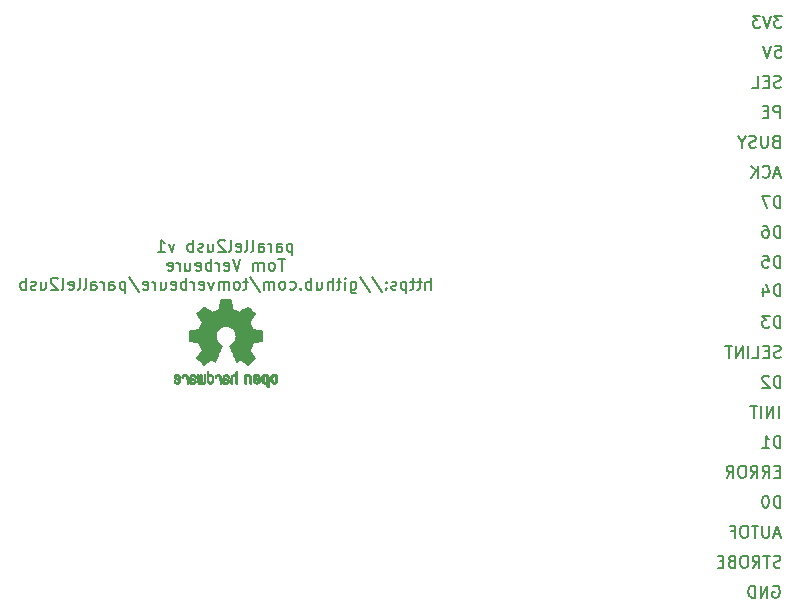
<source format=gbr>
%TF.GenerationSoftware,KiCad,Pcbnew,6.0.10-86aedd382b~118~ubuntu20.04.1*%
%TF.CreationDate,2022-12-31T17:49:26-08:00*%
%TF.ProjectId,parallel2usb,70617261-6c6c-4656-9c32-7573622e6b69,rev?*%
%TF.SameCoordinates,Original*%
%TF.FileFunction,Legend,Bot*%
%TF.FilePolarity,Positive*%
%FSLAX46Y46*%
G04 Gerber Fmt 4.6, Leading zero omitted, Abs format (unit mm)*
G04 Created by KiCad (PCBNEW 6.0.10-86aedd382b~118~ubuntu20.04.1) date 2022-12-31 17:49:26*
%MOMM*%
%LPD*%
G01*
G04 APERTURE LIST*
%ADD10C,0.150000*%
%ADD11C,0.010000*%
G04 APERTURE END LIST*
D10*
X192873142Y-87177571D02*
X192730285Y-87225190D01*
X192682666Y-87272809D01*
X192635047Y-87368047D01*
X192635047Y-87510904D01*
X192682666Y-87606142D01*
X192730285Y-87653761D01*
X192825523Y-87701380D01*
X193206476Y-87701380D01*
X193206476Y-86701380D01*
X192873142Y-86701380D01*
X192777904Y-86749000D01*
X192730285Y-86796619D01*
X192682666Y-86891857D01*
X192682666Y-86987095D01*
X192730285Y-87082333D01*
X192777904Y-87129952D01*
X192873142Y-87177571D01*
X193206476Y-87177571D01*
X192206476Y-86701380D02*
X192206476Y-87510904D01*
X192158857Y-87606142D01*
X192111238Y-87653761D01*
X192016000Y-87701380D01*
X191825523Y-87701380D01*
X191730285Y-87653761D01*
X191682666Y-87606142D01*
X191635047Y-87510904D01*
X191635047Y-86701380D01*
X191206476Y-87653761D02*
X191063619Y-87701380D01*
X190825523Y-87701380D01*
X190730285Y-87653761D01*
X190682666Y-87606142D01*
X190635047Y-87510904D01*
X190635047Y-87415666D01*
X190682666Y-87320428D01*
X190730285Y-87272809D01*
X190825523Y-87225190D01*
X191016000Y-87177571D01*
X191111238Y-87129952D01*
X191158857Y-87082333D01*
X191206476Y-86987095D01*
X191206476Y-86891857D01*
X191158857Y-86796619D01*
X191111238Y-86749000D01*
X191016000Y-86701380D01*
X190777904Y-86701380D01*
X190635047Y-86749000D01*
X190016000Y-87225190D02*
X190016000Y-87701380D01*
X190349333Y-86701380D02*
X190016000Y-87225190D01*
X189682666Y-86701380D01*
X193166857Y-110561380D02*
X193166857Y-109561380D01*
X192690666Y-110561380D02*
X192690666Y-109561380D01*
X192119238Y-110561380D01*
X192119238Y-109561380D01*
X191643047Y-110561380D02*
X191643047Y-109561380D01*
X191309714Y-109561380D02*
X190738285Y-109561380D01*
X191024000Y-110561380D02*
X191024000Y-109561380D01*
X193293857Y-82573761D02*
X193151000Y-82621380D01*
X192912904Y-82621380D01*
X192817666Y-82573761D01*
X192770047Y-82526142D01*
X192722428Y-82430904D01*
X192722428Y-82335666D01*
X192770047Y-82240428D01*
X192817666Y-82192809D01*
X192912904Y-82145190D01*
X193103380Y-82097571D01*
X193198619Y-82049952D01*
X193246238Y-82002333D01*
X193293857Y-81907095D01*
X193293857Y-81811857D01*
X193246238Y-81716619D01*
X193198619Y-81669000D01*
X193103380Y-81621380D01*
X192865285Y-81621380D01*
X192722428Y-81669000D01*
X192293857Y-82097571D02*
X191960523Y-82097571D01*
X191817666Y-82621380D02*
X192293857Y-82621380D01*
X192293857Y-81621380D01*
X191817666Y-81621380D01*
X190912904Y-82621380D02*
X191389095Y-82621380D01*
X191389095Y-81621380D01*
X193270095Y-108021380D02*
X193270095Y-107021380D01*
X193032000Y-107021380D01*
X192889142Y-107069000D01*
X192793904Y-107164238D01*
X192746285Y-107259476D01*
X192698666Y-107449952D01*
X192698666Y-107592809D01*
X192746285Y-107783285D01*
X192793904Y-107878523D01*
X192889142Y-107973761D01*
X193032000Y-108021380D01*
X193270095Y-108021380D01*
X192317714Y-107116619D02*
X192270095Y-107069000D01*
X192174857Y-107021380D01*
X191936761Y-107021380D01*
X191841523Y-107069000D01*
X191793904Y-107116619D01*
X191746285Y-107211857D01*
X191746285Y-107307095D01*
X191793904Y-107449952D01*
X192365333Y-108021380D01*
X191746285Y-108021380D01*
X193262095Y-89955666D02*
X192785904Y-89955666D01*
X193357333Y-90241380D02*
X193024000Y-89241380D01*
X192690666Y-90241380D01*
X191785904Y-90146142D02*
X191833523Y-90193761D01*
X191976380Y-90241380D01*
X192071619Y-90241380D01*
X192214476Y-90193761D01*
X192309714Y-90098523D01*
X192357333Y-90003285D01*
X192404952Y-89812809D01*
X192404952Y-89669952D01*
X192357333Y-89479476D01*
X192309714Y-89384238D01*
X192214476Y-89289000D01*
X192071619Y-89241380D01*
X191976380Y-89241380D01*
X191833523Y-89289000D01*
X191785904Y-89336619D01*
X191357333Y-90241380D02*
X191357333Y-89241380D01*
X190785904Y-90241380D02*
X191214476Y-89669952D01*
X190785904Y-89241380D02*
X191357333Y-89812809D01*
X193246095Y-115117571D02*
X192912761Y-115117571D01*
X192769904Y-115641380D02*
X193246095Y-115641380D01*
X193246095Y-114641380D01*
X192769904Y-114641380D01*
X191769904Y-115641380D02*
X192103238Y-115165190D01*
X192341333Y-115641380D02*
X192341333Y-114641380D01*
X191960380Y-114641380D01*
X191865142Y-114689000D01*
X191817523Y-114736619D01*
X191769904Y-114831857D01*
X191769904Y-114974714D01*
X191817523Y-115069952D01*
X191865142Y-115117571D01*
X191960380Y-115165190D01*
X192341333Y-115165190D01*
X190769904Y-115641380D02*
X191103238Y-115165190D01*
X191341333Y-115641380D02*
X191341333Y-114641380D01*
X190960380Y-114641380D01*
X190865142Y-114689000D01*
X190817523Y-114736619D01*
X190769904Y-114831857D01*
X190769904Y-114974714D01*
X190817523Y-115069952D01*
X190865142Y-115117571D01*
X190960380Y-115165190D01*
X191341333Y-115165190D01*
X190150857Y-114641380D02*
X189960380Y-114641380D01*
X189865142Y-114689000D01*
X189769904Y-114784238D01*
X189722285Y-114974714D01*
X189722285Y-115308047D01*
X189769904Y-115498523D01*
X189865142Y-115593761D01*
X189960380Y-115641380D01*
X190150857Y-115641380D01*
X190246095Y-115593761D01*
X190341333Y-115498523D01*
X190388952Y-115308047D01*
X190388952Y-114974714D01*
X190341333Y-114784238D01*
X190246095Y-114689000D01*
X190150857Y-114641380D01*
X188722285Y-115641380D02*
X189055619Y-115165190D01*
X189293714Y-115641380D02*
X189293714Y-114641380D01*
X188912761Y-114641380D01*
X188817523Y-114689000D01*
X188769904Y-114736619D01*
X188722285Y-114831857D01*
X188722285Y-114974714D01*
X188769904Y-115069952D01*
X188817523Y-115117571D01*
X188912761Y-115165190D01*
X189293714Y-115165190D01*
X193270095Y-113101380D02*
X193270095Y-112101380D01*
X193032000Y-112101380D01*
X192889142Y-112149000D01*
X192793904Y-112244238D01*
X192746285Y-112339476D01*
X192698666Y-112529952D01*
X192698666Y-112672809D01*
X192746285Y-112863285D01*
X192793904Y-112958523D01*
X192889142Y-113053761D01*
X193032000Y-113101380D01*
X193270095Y-113101380D01*
X191746285Y-113101380D02*
X192317714Y-113101380D01*
X192032000Y-113101380D02*
X192032000Y-112101380D01*
X192127238Y-112244238D01*
X192222476Y-112339476D01*
X192317714Y-112387095D01*
X193270095Y-100274380D02*
X193270095Y-99274380D01*
X193032000Y-99274380D01*
X192889142Y-99322000D01*
X192793904Y-99417238D01*
X192746285Y-99512476D01*
X192698666Y-99702952D01*
X192698666Y-99845809D01*
X192746285Y-100036285D01*
X192793904Y-100131523D01*
X192889142Y-100226761D01*
X193032000Y-100274380D01*
X193270095Y-100274380D01*
X191841523Y-99607714D02*
X191841523Y-100274380D01*
X192079619Y-99226761D02*
X192317714Y-99941047D01*
X191698666Y-99941047D01*
X193293714Y-105433761D02*
X193150857Y-105481380D01*
X192912761Y-105481380D01*
X192817523Y-105433761D01*
X192769904Y-105386142D01*
X192722285Y-105290904D01*
X192722285Y-105195666D01*
X192769904Y-105100428D01*
X192817523Y-105052809D01*
X192912761Y-105005190D01*
X193103238Y-104957571D01*
X193198476Y-104909952D01*
X193246095Y-104862333D01*
X193293714Y-104767095D01*
X193293714Y-104671857D01*
X193246095Y-104576619D01*
X193198476Y-104529000D01*
X193103238Y-104481380D01*
X192865142Y-104481380D01*
X192722285Y-104529000D01*
X192293714Y-104957571D02*
X191960380Y-104957571D01*
X191817523Y-105481380D02*
X192293714Y-105481380D01*
X192293714Y-104481380D01*
X191817523Y-104481380D01*
X190912761Y-105481380D02*
X191388952Y-105481380D01*
X191388952Y-104481380D01*
X190579428Y-105481380D02*
X190579428Y-104481380D01*
X190103238Y-105481380D02*
X190103238Y-104481380D01*
X189531809Y-105481380D01*
X189531809Y-104481380D01*
X189198476Y-104481380D02*
X188627047Y-104481380D01*
X188912761Y-105481380D02*
X188912761Y-104481380D01*
X193269857Y-123213761D02*
X193127000Y-123261380D01*
X192888904Y-123261380D01*
X192793666Y-123213761D01*
X192746047Y-123166142D01*
X192698428Y-123070904D01*
X192698428Y-122975666D01*
X192746047Y-122880428D01*
X192793666Y-122832809D01*
X192888904Y-122785190D01*
X193079380Y-122737571D01*
X193174619Y-122689952D01*
X193222238Y-122642333D01*
X193269857Y-122547095D01*
X193269857Y-122451857D01*
X193222238Y-122356619D01*
X193174619Y-122309000D01*
X193079380Y-122261380D01*
X192841285Y-122261380D01*
X192698428Y-122309000D01*
X192412714Y-122261380D02*
X191841285Y-122261380D01*
X192127000Y-123261380D02*
X192127000Y-122261380D01*
X190936523Y-123261380D02*
X191269857Y-122785190D01*
X191507952Y-123261380D02*
X191507952Y-122261380D01*
X191127000Y-122261380D01*
X191031761Y-122309000D01*
X190984142Y-122356619D01*
X190936523Y-122451857D01*
X190936523Y-122594714D01*
X190984142Y-122689952D01*
X191031761Y-122737571D01*
X191127000Y-122785190D01*
X191507952Y-122785190D01*
X190317476Y-122261380D02*
X190127000Y-122261380D01*
X190031761Y-122309000D01*
X189936523Y-122404238D01*
X189888904Y-122594714D01*
X189888904Y-122928047D01*
X189936523Y-123118523D01*
X190031761Y-123213761D01*
X190127000Y-123261380D01*
X190317476Y-123261380D01*
X190412714Y-123213761D01*
X190507952Y-123118523D01*
X190555571Y-122928047D01*
X190555571Y-122594714D01*
X190507952Y-122404238D01*
X190412714Y-122309000D01*
X190317476Y-122261380D01*
X189127000Y-122737571D02*
X188984142Y-122785190D01*
X188936523Y-122832809D01*
X188888904Y-122928047D01*
X188888904Y-123070904D01*
X188936523Y-123166142D01*
X188984142Y-123213761D01*
X189079380Y-123261380D01*
X189460333Y-123261380D01*
X189460333Y-122261380D01*
X189127000Y-122261380D01*
X189031761Y-122309000D01*
X188984142Y-122356619D01*
X188936523Y-122451857D01*
X188936523Y-122547095D01*
X188984142Y-122642333D01*
X189031761Y-122689952D01*
X189127000Y-122737571D01*
X189460333Y-122737571D01*
X188460333Y-122737571D02*
X188127000Y-122737571D01*
X187984142Y-123261380D02*
X188460333Y-123261380D01*
X188460333Y-122261380D01*
X187984142Y-122261380D01*
X193230238Y-120435666D02*
X192754047Y-120435666D01*
X193325476Y-120721380D02*
X192992142Y-119721380D01*
X192658809Y-120721380D01*
X192325476Y-119721380D02*
X192325476Y-120530904D01*
X192277857Y-120626142D01*
X192230238Y-120673761D01*
X192135000Y-120721380D01*
X191944523Y-120721380D01*
X191849285Y-120673761D01*
X191801666Y-120626142D01*
X191754047Y-120530904D01*
X191754047Y-119721380D01*
X191420714Y-119721380D02*
X190849285Y-119721380D01*
X191135000Y-120721380D02*
X191135000Y-119721380D01*
X190325476Y-119721380D02*
X190135000Y-119721380D01*
X190039761Y-119769000D01*
X189944523Y-119864238D01*
X189896904Y-120054714D01*
X189896904Y-120388047D01*
X189944523Y-120578523D01*
X190039761Y-120673761D01*
X190135000Y-120721380D01*
X190325476Y-120721380D01*
X190420714Y-120673761D01*
X190515952Y-120578523D01*
X190563571Y-120388047D01*
X190563571Y-120054714D01*
X190515952Y-119864238D01*
X190420714Y-119769000D01*
X190325476Y-119721380D01*
X189135000Y-120197571D02*
X189468333Y-120197571D01*
X189468333Y-120721380D02*
X189468333Y-119721380D01*
X188992142Y-119721380D01*
X193270095Y-92781380D02*
X193270095Y-91781380D01*
X193032000Y-91781380D01*
X192889142Y-91829000D01*
X192793904Y-91924238D01*
X192746285Y-92019476D01*
X192698666Y-92209952D01*
X192698666Y-92352809D01*
X192746285Y-92543285D01*
X192793904Y-92638523D01*
X192889142Y-92733761D01*
X193032000Y-92781380D01*
X193270095Y-92781380D01*
X192365333Y-91781380D02*
X191698666Y-91781380D01*
X192127238Y-92781380D01*
X193389095Y-76541380D02*
X192770047Y-76541380D01*
X193103380Y-76922333D01*
X192960523Y-76922333D01*
X192865285Y-76969952D01*
X192817666Y-77017571D01*
X192770047Y-77112809D01*
X192770047Y-77350904D01*
X192817666Y-77446142D01*
X192865285Y-77493761D01*
X192960523Y-77541380D01*
X193246238Y-77541380D01*
X193341476Y-77493761D01*
X193389095Y-77446142D01*
X192484333Y-76541380D02*
X192151000Y-77541380D01*
X191817666Y-76541380D01*
X191579571Y-76541380D02*
X190960523Y-76541380D01*
X191293857Y-76922333D01*
X191151000Y-76922333D01*
X191055761Y-76969952D01*
X191008142Y-77017571D01*
X190960523Y-77112809D01*
X190960523Y-77350904D01*
X191008142Y-77446142D01*
X191055761Y-77493761D01*
X191151000Y-77541380D01*
X191436714Y-77541380D01*
X191531952Y-77493761D01*
X191579571Y-77446142D01*
X192849476Y-79081380D02*
X193325666Y-79081380D01*
X193373285Y-79557571D01*
X193325666Y-79509952D01*
X193230428Y-79462333D01*
X192992333Y-79462333D01*
X192897095Y-79509952D01*
X192849476Y-79557571D01*
X192801857Y-79652809D01*
X192801857Y-79890904D01*
X192849476Y-79986142D01*
X192897095Y-80033761D01*
X192992333Y-80081380D01*
X193230428Y-80081380D01*
X193325666Y-80033761D01*
X193373285Y-79986142D01*
X192516142Y-79081380D02*
X192182809Y-80081380D01*
X191849476Y-79081380D01*
X193270095Y-97861380D02*
X193270095Y-96861380D01*
X193032000Y-96861380D01*
X192889142Y-96909000D01*
X192793904Y-97004238D01*
X192746285Y-97099476D01*
X192698666Y-97289952D01*
X192698666Y-97432809D01*
X192746285Y-97623285D01*
X192793904Y-97718523D01*
X192889142Y-97813761D01*
X193032000Y-97861380D01*
X193270095Y-97861380D01*
X191793904Y-96861380D02*
X192270095Y-96861380D01*
X192317714Y-97337571D01*
X192270095Y-97289952D01*
X192174857Y-97242333D01*
X191936761Y-97242333D01*
X191841523Y-97289952D01*
X191793904Y-97337571D01*
X191746285Y-97432809D01*
X191746285Y-97670904D01*
X191793904Y-97766142D01*
X191841523Y-97813761D01*
X191936761Y-97861380D01*
X192174857Y-97861380D01*
X192270095Y-97813761D01*
X192317714Y-97766142D01*
X151970666Y-95838714D02*
X151970666Y-96838714D01*
X151970666Y-95886333D02*
X151875428Y-95838714D01*
X151684952Y-95838714D01*
X151589714Y-95886333D01*
X151542095Y-95933952D01*
X151494476Y-96029190D01*
X151494476Y-96314904D01*
X151542095Y-96410142D01*
X151589714Y-96457761D01*
X151684952Y-96505380D01*
X151875428Y-96505380D01*
X151970666Y-96457761D01*
X150637333Y-96505380D02*
X150637333Y-95981571D01*
X150684952Y-95886333D01*
X150780190Y-95838714D01*
X150970666Y-95838714D01*
X151065904Y-95886333D01*
X150637333Y-96457761D02*
X150732571Y-96505380D01*
X150970666Y-96505380D01*
X151065904Y-96457761D01*
X151113523Y-96362523D01*
X151113523Y-96267285D01*
X151065904Y-96172047D01*
X150970666Y-96124428D01*
X150732571Y-96124428D01*
X150637333Y-96076809D01*
X150161142Y-96505380D02*
X150161142Y-95838714D01*
X150161142Y-96029190D02*
X150113523Y-95933952D01*
X150065904Y-95886333D01*
X149970666Y-95838714D01*
X149875428Y-95838714D01*
X149113523Y-96505380D02*
X149113523Y-95981571D01*
X149161142Y-95886333D01*
X149256380Y-95838714D01*
X149446857Y-95838714D01*
X149542095Y-95886333D01*
X149113523Y-96457761D02*
X149208761Y-96505380D01*
X149446857Y-96505380D01*
X149542095Y-96457761D01*
X149589714Y-96362523D01*
X149589714Y-96267285D01*
X149542095Y-96172047D01*
X149446857Y-96124428D01*
X149208761Y-96124428D01*
X149113523Y-96076809D01*
X148494476Y-96505380D02*
X148589714Y-96457761D01*
X148637333Y-96362523D01*
X148637333Y-95505380D01*
X147970666Y-96505380D02*
X148065904Y-96457761D01*
X148113523Y-96362523D01*
X148113523Y-95505380D01*
X147208761Y-96457761D02*
X147304000Y-96505380D01*
X147494476Y-96505380D01*
X147589714Y-96457761D01*
X147637333Y-96362523D01*
X147637333Y-95981571D01*
X147589714Y-95886333D01*
X147494476Y-95838714D01*
X147304000Y-95838714D01*
X147208761Y-95886333D01*
X147161142Y-95981571D01*
X147161142Y-96076809D01*
X147637333Y-96172047D01*
X146589714Y-96505380D02*
X146684952Y-96457761D01*
X146732571Y-96362523D01*
X146732571Y-95505380D01*
X146256380Y-95600619D02*
X146208761Y-95553000D01*
X146113523Y-95505380D01*
X145875428Y-95505380D01*
X145780190Y-95553000D01*
X145732571Y-95600619D01*
X145684952Y-95695857D01*
X145684952Y-95791095D01*
X145732571Y-95933952D01*
X146304000Y-96505380D01*
X145684952Y-96505380D01*
X144827809Y-95838714D02*
X144827809Y-96505380D01*
X145256380Y-95838714D02*
X145256380Y-96362523D01*
X145208761Y-96457761D01*
X145113523Y-96505380D01*
X144970666Y-96505380D01*
X144875428Y-96457761D01*
X144827809Y-96410142D01*
X144399238Y-96457761D02*
X144304000Y-96505380D01*
X144113523Y-96505380D01*
X144018285Y-96457761D01*
X143970666Y-96362523D01*
X143970666Y-96314904D01*
X144018285Y-96219666D01*
X144113523Y-96172047D01*
X144256380Y-96172047D01*
X144351619Y-96124428D01*
X144399238Y-96029190D01*
X144399238Y-95981571D01*
X144351619Y-95886333D01*
X144256380Y-95838714D01*
X144113523Y-95838714D01*
X144018285Y-95886333D01*
X143542095Y-96505380D02*
X143542095Y-95505380D01*
X143542095Y-95886333D02*
X143446857Y-95838714D01*
X143256380Y-95838714D01*
X143161142Y-95886333D01*
X143113523Y-95933952D01*
X143065904Y-96029190D01*
X143065904Y-96314904D01*
X143113523Y-96410142D01*
X143161142Y-96457761D01*
X143256380Y-96505380D01*
X143446857Y-96505380D01*
X143542095Y-96457761D01*
X141970666Y-95838714D02*
X141732571Y-96505380D01*
X141494476Y-95838714D01*
X140589714Y-96505380D02*
X141161142Y-96505380D01*
X140875428Y-96505380D02*
X140875428Y-95505380D01*
X140970666Y-95648238D01*
X141065904Y-95743476D01*
X141161142Y-95791095D01*
X151327809Y-97115380D02*
X150756380Y-97115380D01*
X151042095Y-98115380D02*
X151042095Y-97115380D01*
X150280190Y-98115380D02*
X150375428Y-98067761D01*
X150423047Y-98020142D01*
X150470666Y-97924904D01*
X150470666Y-97639190D01*
X150423047Y-97543952D01*
X150375428Y-97496333D01*
X150280190Y-97448714D01*
X150137333Y-97448714D01*
X150042095Y-97496333D01*
X149994476Y-97543952D01*
X149946857Y-97639190D01*
X149946857Y-97924904D01*
X149994476Y-98020142D01*
X150042095Y-98067761D01*
X150137333Y-98115380D01*
X150280190Y-98115380D01*
X149518285Y-98115380D02*
X149518285Y-97448714D01*
X149518285Y-97543952D02*
X149470666Y-97496333D01*
X149375428Y-97448714D01*
X149232571Y-97448714D01*
X149137333Y-97496333D01*
X149089714Y-97591571D01*
X149089714Y-98115380D01*
X149089714Y-97591571D02*
X149042095Y-97496333D01*
X148946857Y-97448714D01*
X148804000Y-97448714D01*
X148708761Y-97496333D01*
X148661142Y-97591571D01*
X148661142Y-98115380D01*
X147565904Y-97115380D02*
X147232571Y-98115380D01*
X146899238Y-97115380D01*
X146184952Y-98067761D02*
X146280190Y-98115380D01*
X146470666Y-98115380D01*
X146565904Y-98067761D01*
X146613523Y-97972523D01*
X146613523Y-97591571D01*
X146565904Y-97496333D01*
X146470666Y-97448714D01*
X146280190Y-97448714D01*
X146184952Y-97496333D01*
X146137333Y-97591571D01*
X146137333Y-97686809D01*
X146613523Y-97782047D01*
X145708761Y-98115380D02*
X145708761Y-97448714D01*
X145708761Y-97639190D02*
X145661142Y-97543952D01*
X145613523Y-97496333D01*
X145518285Y-97448714D01*
X145423047Y-97448714D01*
X145089714Y-98115380D02*
X145089714Y-97115380D01*
X145089714Y-97496333D02*
X144994476Y-97448714D01*
X144804000Y-97448714D01*
X144708761Y-97496333D01*
X144661142Y-97543952D01*
X144613523Y-97639190D01*
X144613523Y-97924904D01*
X144661142Y-98020142D01*
X144708761Y-98067761D01*
X144804000Y-98115380D01*
X144994476Y-98115380D01*
X145089714Y-98067761D01*
X143804000Y-98067761D02*
X143899238Y-98115380D01*
X144089714Y-98115380D01*
X144184952Y-98067761D01*
X144232571Y-97972523D01*
X144232571Y-97591571D01*
X144184952Y-97496333D01*
X144089714Y-97448714D01*
X143899238Y-97448714D01*
X143804000Y-97496333D01*
X143756380Y-97591571D01*
X143756380Y-97686809D01*
X144232571Y-97782047D01*
X142899238Y-97448714D02*
X142899238Y-98115380D01*
X143327809Y-97448714D02*
X143327809Y-97972523D01*
X143280190Y-98067761D01*
X143184952Y-98115380D01*
X143042095Y-98115380D01*
X142946857Y-98067761D01*
X142899238Y-98020142D01*
X142423047Y-98115380D02*
X142423047Y-97448714D01*
X142423047Y-97639190D02*
X142375428Y-97543952D01*
X142327809Y-97496333D01*
X142232571Y-97448714D01*
X142137333Y-97448714D01*
X141423047Y-98067761D02*
X141518285Y-98115380D01*
X141708761Y-98115380D01*
X141804000Y-98067761D01*
X141851619Y-97972523D01*
X141851619Y-97591571D01*
X141804000Y-97496333D01*
X141708761Y-97448714D01*
X141518285Y-97448714D01*
X141423047Y-97496333D01*
X141375428Y-97591571D01*
X141375428Y-97686809D01*
X141851619Y-97782047D01*
X163661142Y-99725380D02*
X163661142Y-98725380D01*
X163232571Y-99725380D02*
X163232571Y-99201571D01*
X163280190Y-99106333D01*
X163375428Y-99058714D01*
X163518285Y-99058714D01*
X163613523Y-99106333D01*
X163661142Y-99153952D01*
X162899238Y-99058714D02*
X162518285Y-99058714D01*
X162756380Y-98725380D02*
X162756380Y-99582523D01*
X162708761Y-99677761D01*
X162613523Y-99725380D01*
X162518285Y-99725380D01*
X162327809Y-99058714D02*
X161946857Y-99058714D01*
X162184952Y-98725380D02*
X162184952Y-99582523D01*
X162137333Y-99677761D01*
X162042095Y-99725380D01*
X161946857Y-99725380D01*
X161613523Y-99058714D02*
X161613523Y-100058714D01*
X161613523Y-99106333D02*
X161518285Y-99058714D01*
X161327809Y-99058714D01*
X161232571Y-99106333D01*
X161184952Y-99153952D01*
X161137333Y-99249190D01*
X161137333Y-99534904D01*
X161184952Y-99630142D01*
X161232571Y-99677761D01*
X161327809Y-99725380D01*
X161518285Y-99725380D01*
X161613523Y-99677761D01*
X160756380Y-99677761D02*
X160661142Y-99725380D01*
X160470666Y-99725380D01*
X160375428Y-99677761D01*
X160327809Y-99582523D01*
X160327809Y-99534904D01*
X160375428Y-99439666D01*
X160470666Y-99392047D01*
X160613523Y-99392047D01*
X160708761Y-99344428D01*
X160756380Y-99249190D01*
X160756380Y-99201571D01*
X160708761Y-99106333D01*
X160613523Y-99058714D01*
X160470666Y-99058714D01*
X160375428Y-99106333D01*
X159899238Y-99630142D02*
X159851619Y-99677761D01*
X159899238Y-99725380D01*
X159946857Y-99677761D01*
X159899238Y-99630142D01*
X159899238Y-99725380D01*
X159899238Y-99106333D02*
X159851619Y-99153952D01*
X159899238Y-99201571D01*
X159946857Y-99153952D01*
X159899238Y-99106333D01*
X159899238Y-99201571D01*
X158708761Y-98677761D02*
X159565904Y-99963476D01*
X157661142Y-98677761D02*
X158518285Y-99963476D01*
X156899238Y-99058714D02*
X156899238Y-99868238D01*
X156946857Y-99963476D01*
X156994476Y-100011095D01*
X157089714Y-100058714D01*
X157232571Y-100058714D01*
X157327809Y-100011095D01*
X156899238Y-99677761D02*
X156994476Y-99725380D01*
X157184952Y-99725380D01*
X157280190Y-99677761D01*
X157327809Y-99630142D01*
X157375428Y-99534904D01*
X157375428Y-99249190D01*
X157327809Y-99153952D01*
X157280190Y-99106333D01*
X157184952Y-99058714D01*
X156994476Y-99058714D01*
X156899238Y-99106333D01*
X156423047Y-99725380D02*
X156423047Y-99058714D01*
X156423047Y-98725380D02*
X156470666Y-98773000D01*
X156423047Y-98820619D01*
X156375428Y-98773000D01*
X156423047Y-98725380D01*
X156423047Y-98820619D01*
X156089714Y-99058714D02*
X155708761Y-99058714D01*
X155946857Y-98725380D02*
X155946857Y-99582523D01*
X155899238Y-99677761D01*
X155804000Y-99725380D01*
X155708761Y-99725380D01*
X155375428Y-99725380D02*
X155375428Y-98725380D01*
X154946857Y-99725380D02*
X154946857Y-99201571D01*
X154994476Y-99106333D01*
X155089714Y-99058714D01*
X155232571Y-99058714D01*
X155327809Y-99106333D01*
X155375428Y-99153952D01*
X154042095Y-99058714D02*
X154042095Y-99725380D01*
X154470666Y-99058714D02*
X154470666Y-99582523D01*
X154423047Y-99677761D01*
X154327809Y-99725380D01*
X154184952Y-99725380D01*
X154089714Y-99677761D01*
X154042095Y-99630142D01*
X153565904Y-99725380D02*
X153565904Y-98725380D01*
X153565904Y-99106333D02*
X153470666Y-99058714D01*
X153280190Y-99058714D01*
X153184952Y-99106333D01*
X153137333Y-99153952D01*
X153089714Y-99249190D01*
X153089714Y-99534904D01*
X153137333Y-99630142D01*
X153184952Y-99677761D01*
X153280190Y-99725380D01*
X153470666Y-99725380D01*
X153565904Y-99677761D01*
X152661142Y-99630142D02*
X152613523Y-99677761D01*
X152661142Y-99725380D01*
X152708761Y-99677761D01*
X152661142Y-99630142D01*
X152661142Y-99725380D01*
X151756380Y-99677761D02*
X151851619Y-99725380D01*
X152042095Y-99725380D01*
X152137333Y-99677761D01*
X152184952Y-99630142D01*
X152232571Y-99534904D01*
X152232571Y-99249190D01*
X152184952Y-99153952D01*
X152137333Y-99106333D01*
X152042095Y-99058714D01*
X151851619Y-99058714D01*
X151756380Y-99106333D01*
X151184952Y-99725380D02*
X151280190Y-99677761D01*
X151327809Y-99630142D01*
X151375428Y-99534904D01*
X151375428Y-99249190D01*
X151327809Y-99153952D01*
X151280190Y-99106333D01*
X151184952Y-99058714D01*
X151042095Y-99058714D01*
X150946857Y-99106333D01*
X150899238Y-99153952D01*
X150851619Y-99249190D01*
X150851619Y-99534904D01*
X150899238Y-99630142D01*
X150946857Y-99677761D01*
X151042095Y-99725380D01*
X151184952Y-99725380D01*
X150423047Y-99725380D02*
X150423047Y-99058714D01*
X150423047Y-99153952D02*
X150375428Y-99106333D01*
X150280190Y-99058714D01*
X150137333Y-99058714D01*
X150042095Y-99106333D01*
X149994476Y-99201571D01*
X149994476Y-99725380D01*
X149994476Y-99201571D02*
X149946857Y-99106333D01*
X149851619Y-99058714D01*
X149708761Y-99058714D01*
X149613523Y-99106333D01*
X149565904Y-99201571D01*
X149565904Y-99725380D01*
X148375428Y-98677761D02*
X149232571Y-99963476D01*
X148184952Y-99058714D02*
X147804000Y-99058714D01*
X148042095Y-98725380D02*
X148042095Y-99582523D01*
X147994476Y-99677761D01*
X147899238Y-99725380D01*
X147804000Y-99725380D01*
X147327809Y-99725380D02*
X147423047Y-99677761D01*
X147470666Y-99630142D01*
X147518285Y-99534904D01*
X147518285Y-99249190D01*
X147470666Y-99153952D01*
X147423047Y-99106333D01*
X147327809Y-99058714D01*
X147184952Y-99058714D01*
X147089714Y-99106333D01*
X147042095Y-99153952D01*
X146994476Y-99249190D01*
X146994476Y-99534904D01*
X147042095Y-99630142D01*
X147089714Y-99677761D01*
X147184952Y-99725380D01*
X147327809Y-99725380D01*
X146565904Y-99725380D02*
X146565904Y-99058714D01*
X146565904Y-99153952D02*
X146518285Y-99106333D01*
X146423047Y-99058714D01*
X146280190Y-99058714D01*
X146184952Y-99106333D01*
X146137333Y-99201571D01*
X146137333Y-99725380D01*
X146137333Y-99201571D02*
X146089714Y-99106333D01*
X145994476Y-99058714D01*
X145851619Y-99058714D01*
X145756380Y-99106333D01*
X145708761Y-99201571D01*
X145708761Y-99725380D01*
X145327809Y-99058714D02*
X145089714Y-99725380D01*
X144851619Y-99058714D01*
X144089714Y-99677761D02*
X144184952Y-99725380D01*
X144375428Y-99725380D01*
X144470666Y-99677761D01*
X144518285Y-99582523D01*
X144518285Y-99201571D01*
X144470666Y-99106333D01*
X144375428Y-99058714D01*
X144184952Y-99058714D01*
X144089714Y-99106333D01*
X144042095Y-99201571D01*
X144042095Y-99296809D01*
X144518285Y-99392047D01*
X143613523Y-99725380D02*
X143613523Y-99058714D01*
X143613523Y-99249190D02*
X143565904Y-99153952D01*
X143518285Y-99106333D01*
X143423047Y-99058714D01*
X143327809Y-99058714D01*
X142994476Y-99725380D02*
X142994476Y-98725380D01*
X142994476Y-99106333D02*
X142899238Y-99058714D01*
X142708761Y-99058714D01*
X142613523Y-99106333D01*
X142565904Y-99153952D01*
X142518285Y-99249190D01*
X142518285Y-99534904D01*
X142565904Y-99630142D01*
X142613523Y-99677761D01*
X142708761Y-99725380D01*
X142899238Y-99725380D01*
X142994476Y-99677761D01*
X141708761Y-99677761D02*
X141804000Y-99725380D01*
X141994476Y-99725380D01*
X142089714Y-99677761D01*
X142137333Y-99582523D01*
X142137333Y-99201571D01*
X142089714Y-99106333D01*
X141994476Y-99058714D01*
X141804000Y-99058714D01*
X141708761Y-99106333D01*
X141661142Y-99201571D01*
X141661142Y-99296809D01*
X142137333Y-99392047D01*
X140804000Y-99058714D02*
X140804000Y-99725380D01*
X141232571Y-99058714D02*
X141232571Y-99582523D01*
X141184952Y-99677761D01*
X141089714Y-99725380D01*
X140946857Y-99725380D01*
X140851619Y-99677761D01*
X140804000Y-99630142D01*
X140327809Y-99725380D02*
X140327809Y-99058714D01*
X140327809Y-99249190D02*
X140280190Y-99153952D01*
X140232571Y-99106333D01*
X140137333Y-99058714D01*
X140042095Y-99058714D01*
X139327809Y-99677761D02*
X139423047Y-99725380D01*
X139613523Y-99725380D01*
X139708761Y-99677761D01*
X139756380Y-99582523D01*
X139756380Y-99201571D01*
X139708761Y-99106333D01*
X139613523Y-99058714D01*
X139423047Y-99058714D01*
X139327809Y-99106333D01*
X139280190Y-99201571D01*
X139280190Y-99296809D01*
X139756380Y-99392047D01*
X138137333Y-98677761D02*
X138994476Y-99963476D01*
X137804000Y-99058714D02*
X137804000Y-100058714D01*
X137804000Y-99106333D02*
X137708761Y-99058714D01*
X137518285Y-99058714D01*
X137423047Y-99106333D01*
X137375428Y-99153952D01*
X137327809Y-99249190D01*
X137327809Y-99534904D01*
X137375428Y-99630142D01*
X137423047Y-99677761D01*
X137518285Y-99725380D01*
X137708761Y-99725380D01*
X137804000Y-99677761D01*
X136470666Y-99725380D02*
X136470666Y-99201571D01*
X136518285Y-99106333D01*
X136613523Y-99058714D01*
X136804000Y-99058714D01*
X136899238Y-99106333D01*
X136470666Y-99677761D02*
X136565904Y-99725380D01*
X136804000Y-99725380D01*
X136899238Y-99677761D01*
X136946857Y-99582523D01*
X136946857Y-99487285D01*
X136899238Y-99392047D01*
X136804000Y-99344428D01*
X136565904Y-99344428D01*
X136470666Y-99296809D01*
X135994476Y-99725380D02*
X135994476Y-99058714D01*
X135994476Y-99249190D02*
X135946857Y-99153952D01*
X135899238Y-99106333D01*
X135804000Y-99058714D01*
X135708761Y-99058714D01*
X134946857Y-99725380D02*
X134946857Y-99201571D01*
X134994476Y-99106333D01*
X135089714Y-99058714D01*
X135280190Y-99058714D01*
X135375428Y-99106333D01*
X134946857Y-99677761D02*
X135042095Y-99725380D01*
X135280190Y-99725380D01*
X135375428Y-99677761D01*
X135423047Y-99582523D01*
X135423047Y-99487285D01*
X135375428Y-99392047D01*
X135280190Y-99344428D01*
X135042095Y-99344428D01*
X134946857Y-99296809D01*
X134327809Y-99725380D02*
X134423047Y-99677761D01*
X134470666Y-99582523D01*
X134470666Y-98725380D01*
X133804000Y-99725380D02*
X133899238Y-99677761D01*
X133946857Y-99582523D01*
X133946857Y-98725380D01*
X133042095Y-99677761D02*
X133137333Y-99725380D01*
X133327809Y-99725380D01*
X133423047Y-99677761D01*
X133470666Y-99582523D01*
X133470666Y-99201571D01*
X133423047Y-99106333D01*
X133327809Y-99058714D01*
X133137333Y-99058714D01*
X133042095Y-99106333D01*
X132994476Y-99201571D01*
X132994476Y-99296809D01*
X133470666Y-99392047D01*
X132423047Y-99725380D02*
X132518285Y-99677761D01*
X132565904Y-99582523D01*
X132565904Y-98725380D01*
X132089714Y-98820619D02*
X132042095Y-98773000D01*
X131946857Y-98725380D01*
X131708761Y-98725380D01*
X131613523Y-98773000D01*
X131565904Y-98820619D01*
X131518285Y-98915857D01*
X131518285Y-99011095D01*
X131565904Y-99153952D01*
X132137333Y-99725380D01*
X131518285Y-99725380D01*
X130661142Y-99058714D02*
X130661142Y-99725380D01*
X131089714Y-99058714D02*
X131089714Y-99582523D01*
X131042095Y-99677761D01*
X130946857Y-99725380D01*
X130804000Y-99725380D01*
X130708761Y-99677761D01*
X130661142Y-99630142D01*
X130232571Y-99677761D02*
X130137333Y-99725380D01*
X129946857Y-99725380D01*
X129851619Y-99677761D01*
X129804000Y-99582523D01*
X129804000Y-99534904D01*
X129851619Y-99439666D01*
X129946857Y-99392047D01*
X130089714Y-99392047D01*
X130184952Y-99344428D01*
X130232571Y-99249190D01*
X130232571Y-99201571D01*
X130184952Y-99106333D01*
X130089714Y-99058714D01*
X129946857Y-99058714D01*
X129851619Y-99106333D01*
X129375428Y-99725380D02*
X129375428Y-98725380D01*
X129375428Y-99106333D02*
X129280190Y-99058714D01*
X129089714Y-99058714D01*
X128994476Y-99106333D01*
X128946857Y-99153952D01*
X128899238Y-99249190D01*
X128899238Y-99534904D01*
X128946857Y-99630142D01*
X128994476Y-99677761D01*
X129089714Y-99725380D01*
X129280190Y-99725380D01*
X129375428Y-99677761D01*
X193246285Y-85161380D02*
X193246285Y-84161380D01*
X192865333Y-84161380D01*
X192770095Y-84209000D01*
X192722476Y-84256619D01*
X192674857Y-84351857D01*
X192674857Y-84494714D01*
X192722476Y-84589952D01*
X192770095Y-84637571D01*
X192865333Y-84685190D01*
X193246285Y-84685190D01*
X192246285Y-84637571D02*
X191912952Y-84637571D01*
X191770095Y-85161380D02*
X192246285Y-85161380D01*
X192246285Y-84161380D01*
X191770095Y-84161380D01*
X193270095Y-118181380D02*
X193270095Y-117181380D01*
X193032000Y-117181380D01*
X192889142Y-117229000D01*
X192793904Y-117324238D01*
X192746285Y-117419476D01*
X192698666Y-117609952D01*
X192698666Y-117752809D01*
X192746285Y-117943285D01*
X192793904Y-118038523D01*
X192889142Y-118133761D01*
X193032000Y-118181380D01*
X193270095Y-118181380D01*
X192079619Y-117181380D02*
X191984380Y-117181380D01*
X191889142Y-117229000D01*
X191841523Y-117276619D01*
X191793904Y-117371857D01*
X191746285Y-117562333D01*
X191746285Y-117800428D01*
X191793904Y-117990904D01*
X191841523Y-118086142D01*
X191889142Y-118133761D01*
X191984380Y-118181380D01*
X192079619Y-118181380D01*
X192174857Y-118133761D01*
X192222476Y-118086142D01*
X192270095Y-117990904D01*
X192317714Y-117800428D01*
X192317714Y-117562333D01*
X192270095Y-117371857D01*
X192222476Y-117276619D01*
X192174857Y-117229000D01*
X192079619Y-117181380D01*
X193270095Y-102941380D02*
X193270095Y-101941380D01*
X193032000Y-101941380D01*
X192889142Y-101989000D01*
X192793904Y-102084238D01*
X192746285Y-102179476D01*
X192698666Y-102369952D01*
X192698666Y-102512809D01*
X192746285Y-102703285D01*
X192793904Y-102798523D01*
X192889142Y-102893761D01*
X193032000Y-102941380D01*
X193270095Y-102941380D01*
X192365333Y-101941380D02*
X191746285Y-101941380D01*
X192079619Y-102322333D01*
X191936761Y-102322333D01*
X191841523Y-102369952D01*
X191793904Y-102417571D01*
X191746285Y-102512809D01*
X191746285Y-102750904D01*
X191793904Y-102846142D01*
X191841523Y-102893761D01*
X191936761Y-102941380D01*
X192222476Y-102941380D01*
X192317714Y-102893761D01*
X192365333Y-102846142D01*
X193270095Y-95321380D02*
X193270095Y-94321380D01*
X193032000Y-94321380D01*
X192889142Y-94369000D01*
X192793904Y-94464238D01*
X192746285Y-94559476D01*
X192698666Y-94749952D01*
X192698666Y-94892809D01*
X192746285Y-95083285D01*
X192793904Y-95178523D01*
X192889142Y-95273761D01*
X193032000Y-95321380D01*
X193270095Y-95321380D01*
X191841523Y-94321380D02*
X192032000Y-94321380D01*
X192127238Y-94369000D01*
X192174857Y-94416619D01*
X192270095Y-94559476D01*
X192317714Y-94749952D01*
X192317714Y-95130904D01*
X192270095Y-95226142D01*
X192222476Y-95273761D01*
X192127238Y-95321380D01*
X191936761Y-95321380D01*
X191841523Y-95273761D01*
X191793904Y-95226142D01*
X191746285Y-95130904D01*
X191746285Y-94892809D01*
X191793904Y-94797571D01*
X191841523Y-94749952D01*
X191936761Y-94702333D01*
X192127238Y-94702333D01*
X192222476Y-94749952D01*
X192270095Y-94797571D01*
X192317714Y-94892809D01*
X192658904Y-124849000D02*
X192754142Y-124801380D01*
X192897000Y-124801380D01*
X193039857Y-124849000D01*
X193135095Y-124944238D01*
X193182714Y-125039476D01*
X193230333Y-125229952D01*
X193230333Y-125372809D01*
X193182714Y-125563285D01*
X193135095Y-125658523D01*
X193039857Y-125753761D01*
X192897000Y-125801380D01*
X192801761Y-125801380D01*
X192658904Y-125753761D01*
X192611285Y-125706142D01*
X192611285Y-125372809D01*
X192801761Y-125372809D01*
X192182714Y-125801380D02*
X192182714Y-124801380D01*
X191611285Y-125801380D01*
X191611285Y-124801380D01*
X191135095Y-125801380D02*
X191135095Y-124801380D01*
X190897000Y-124801380D01*
X190754142Y-124849000D01*
X190658904Y-124944238D01*
X190611285Y-125039476D01*
X190563666Y-125229952D01*
X190563666Y-125372809D01*
X190611285Y-125563285D01*
X190658904Y-125658523D01*
X190754142Y-125753761D01*
X190897000Y-125801380D01*
X191135095Y-125801380D01*
%TO.C,REF\u002A\u002A*%
G36*
X148230372Y-106848684D02*
G01*
X148321629Y-106891569D01*
X148396416Y-106965729D01*
X148411917Y-106988944D01*
X148424774Y-107015256D01*
X148433893Y-107048420D01*
X148440102Y-107094881D01*
X148444233Y-107161082D01*
X148447116Y-107253468D01*
X148449579Y-107378485D01*
X148455697Y-107725278D01*
X148404303Y-107705738D01*
X148357246Y-107687787D01*
X148322015Y-107670511D01*
X148299017Y-107648242D01*
X148285655Y-107614165D01*
X148279328Y-107561463D01*
X148277437Y-107483323D01*
X148277385Y-107372928D01*
X148277117Y-107284935D01*
X148275521Y-107200502D01*
X148271712Y-107142834D01*
X148264820Y-107104988D01*
X148253975Y-107080024D01*
X148238308Y-107061000D01*
X148199792Y-107034153D01*
X148135091Y-107024034D01*
X148071081Y-107049606D01*
X148066856Y-107052880D01*
X148053689Y-107068007D01*
X148043975Y-107092268D01*
X148036903Y-107131650D01*
X148031656Y-107192141D01*
X148027421Y-107279729D01*
X148023385Y-107400402D01*
X148013615Y-107723515D01*
X147847539Y-107649065D01*
X147847539Y-107354062D01*
X147847883Y-107273919D01*
X147850847Y-107162431D01*
X147858351Y-107079421D01*
X147872190Y-107018199D01*
X147894155Y-106972075D01*
X147926039Y-106934358D01*
X147969633Y-106898358D01*
X148032336Y-106862089D01*
X148131117Y-106838412D01*
X148230372Y-106848684D01*
G37*
D11*
X148230372Y-106848684D02*
X148321629Y-106891569D01*
X148396416Y-106965729D01*
X148411917Y-106988944D01*
X148424774Y-107015256D01*
X148433893Y-107048420D01*
X148440102Y-107094881D01*
X148444233Y-107161082D01*
X148447116Y-107253468D01*
X148449579Y-107378485D01*
X148455697Y-107725278D01*
X148404303Y-107705738D01*
X148357246Y-107687787D01*
X148322015Y-107670511D01*
X148299017Y-107648242D01*
X148285655Y-107614165D01*
X148279328Y-107561463D01*
X148277437Y-107483323D01*
X148277385Y-107372928D01*
X148277117Y-107284935D01*
X148275521Y-107200502D01*
X148271712Y-107142834D01*
X148264820Y-107104988D01*
X148253975Y-107080024D01*
X148238308Y-107061000D01*
X148199792Y-107034153D01*
X148135091Y-107024034D01*
X148071081Y-107049606D01*
X148066856Y-107052880D01*
X148053689Y-107068007D01*
X148043975Y-107092268D01*
X148036903Y-107131650D01*
X148031656Y-107192141D01*
X148027421Y-107279729D01*
X148023385Y-107400402D01*
X148013615Y-107723515D01*
X147847539Y-107649065D01*
X147847539Y-107354062D01*
X147847883Y-107273919D01*
X147850847Y-107162431D01*
X147858351Y-107079421D01*
X147872190Y-107018199D01*
X147894155Y-106972075D01*
X147926039Y-106934358D01*
X147969633Y-106898358D01*
X148032336Y-106862089D01*
X148131117Y-106838412D01*
X148230372Y-106848684D01*
G36*
X145266839Y-107371652D02*
G01*
X145255810Y-107475507D01*
X145231814Y-107553333D01*
X145192043Y-107612760D01*
X145133688Y-107661418D01*
X145078100Y-107689546D01*
X144984751Y-107705199D01*
X144891530Y-107688084D01*
X144807272Y-107640388D01*
X144740818Y-107564294D01*
X144732793Y-107550262D01*
X144722196Y-107525679D01*
X144714335Y-107494309D01*
X144708807Y-107450769D01*
X144705206Y-107389678D01*
X144703128Y-107305655D01*
X144703064Y-107298200D01*
X144838615Y-107298200D01*
X144839077Y-107369316D01*
X144841999Y-107433641D01*
X144849221Y-107475166D01*
X144862561Y-107503067D01*
X144883836Y-107526517D01*
X144888821Y-107531025D01*
X144952863Y-107564295D01*
X145020625Y-107560890D01*
X145083734Y-107521042D01*
X145102526Y-107500398D01*
X145118254Y-107473029D01*
X145127039Y-107435192D01*
X145130859Y-107377355D01*
X145131692Y-107289986D01*
X145131281Y-107223319D01*
X145128434Y-107158245D01*
X145121256Y-107116251D01*
X145107889Y-107088063D01*
X145086472Y-107064406D01*
X145073890Y-107053753D01*
X145008699Y-107025057D01*
X144940400Y-107029575D01*
X144881098Y-107067144D01*
X144868333Y-107082040D01*
X144852764Y-107110089D01*
X144843762Y-107149258D01*
X144839617Y-107208858D01*
X144838615Y-107298200D01*
X144703064Y-107298200D01*
X144702167Y-107193320D01*
X144701919Y-107047289D01*
X144701846Y-106593963D01*
X144765346Y-106620564D01*
X144782136Y-106627845D01*
X144808859Y-106644287D01*
X144824156Y-106669187D01*
X144832563Y-106712732D01*
X144838615Y-106785106D01*
X144844144Y-106850089D01*
X144851450Y-106892750D01*
X144861918Y-106908670D01*
X144877692Y-106904400D01*
X144917890Y-106889397D01*
X144989728Y-106885678D01*
X145067010Y-106899572D01*
X145133688Y-106929505D01*
X145170371Y-106957211D01*
X145217472Y-107011269D01*
X145247638Y-107080577D01*
X145263678Y-107172765D01*
X145268191Y-107289986D01*
X145268401Y-107295462D01*
X145266839Y-107371652D01*
G37*
X145266839Y-107371652D02*
X145255810Y-107475507D01*
X145231814Y-107553333D01*
X145192043Y-107612760D01*
X145133688Y-107661418D01*
X145078100Y-107689546D01*
X144984751Y-107705199D01*
X144891530Y-107688084D01*
X144807272Y-107640388D01*
X144740818Y-107564294D01*
X144732793Y-107550262D01*
X144722196Y-107525679D01*
X144714335Y-107494309D01*
X144708807Y-107450769D01*
X144705206Y-107389678D01*
X144703128Y-107305655D01*
X144703064Y-107298200D01*
X144838615Y-107298200D01*
X144839077Y-107369316D01*
X144841999Y-107433641D01*
X144849221Y-107475166D01*
X144862561Y-107503067D01*
X144883836Y-107526517D01*
X144888821Y-107531025D01*
X144952863Y-107564295D01*
X145020625Y-107560890D01*
X145083734Y-107521042D01*
X145102526Y-107500398D01*
X145118254Y-107473029D01*
X145127039Y-107435192D01*
X145130859Y-107377355D01*
X145131692Y-107289986D01*
X145131281Y-107223319D01*
X145128434Y-107158245D01*
X145121256Y-107116251D01*
X145107889Y-107088063D01*
X145086472Y-107064406D01*
X145073890Y-107053753D01*
X145008699Y-107025057D01*
X144940400Y-107029575D01*
X144881098Y-107067144D01*
X144868333Y-107082040D01*
X144852764Y-107110089D01*
X144843762Y-107149258D01*
X144839617Y-107208858D01*
X144838615Y-107298200D01*
X144703064Y-107298200D01*
X144702167Y-107193320D01*
X144701919Y-107047289D01*
X144701846Y-106593963D01*
X144765346Y-106620564D01*
X144782136Y-106627845D01*
X144808859Y-106644287D01*
X144824156Y-106669187D01*
X144832563Y-106712732D01*
X144838615Y-106785106D01*
X144844144Y-106850089D01*
X144851450Y-106892750D01*
X144861918Y-106908670D01*
X144877692Y-106904400D01*
X144917890Y-106889397D01*
X144989728Y-106885678D01*
X145067010Y-106899572D01*
X145133688Y-106929505D01*
X145170371Y-106957211D01*
X145217472Y-107011269D01*
X145247638Y-107080577D01*
X145263678Y-107172765D01*
X145268191Y-107289986D01*
X145268401Y-107295462D01*
X145266839Y-107371652D01*
G36*
X147280923Y-106648806D02*
G01*
X147280923Y-107183455D01*
X147280660Y-107322094D01*
X147279958Y-107446805D01*
X147278883Y-107552557D01*
X147277500Y-107634322D01*
X147275874Y-107687069D01*
X147274070Y-107705769D01*
X147273364Y-107705706D01*
X147249387Y-107698912D01*
X147205685Y-107684320D01*
X147144154Y-107662870D01*
X147144154Y-107387617D01*
X147143763Y-107279466D01*
X147141946Y-107201026D01*
X147137767Y-107147647D01*
X147130286Y-107112256D01*
X147118567Y-107087779D01*
X147101671Y-107067144D01*
X147090152Y-107056170D01*
X147027864Y-107025775D01*
X146959211Y-107028466D01*
X146896298Y-107064406D01*
X146887139Y-107073325D01*
X146872471Y-107091844D01*
X146862433Y-107116326D01*
X146856151Y-107153393D01*
X146852748Y-107209667D01*
X146851349Y-107291771D01*
X146851077Y-107406329D01*
X146850947Y-107464430D01*
X146850099Y-107559993D01*
X146848594Y-107636526D01*
X146846585Y-107687345D01*
X146844223Y-107705769D01*
X146843518Y-107705706D01*
X146819541Y-107698912D01*
X146775839Y-107684320D01*
X146714308Y-107662870D01*
X146714338Y-107386358D01*
X146714384Y-107361742D01*
X146716970Y-107233419D01*
X146724913Y-107136384D01*
X146740155Y-107064057D01*
X146764636Y-107009855D01*
X146800298Y-106967198D01*
X146849082Y-106929505D01*
X146896661Y-106905910D01*
X146972732Y-106887672D01*
X147047556Y-106886636D01*
X147105077Y-106904378D01*
X147109402Y-106906829D01*
X147122738Y-106906566D01*
X147131851Y-106886039D01*
X147138428Y-106838980D01*
X147144154Y-106759120D01*
X147153923Y-106595236D01*
X147280923Y-106648806D01*
G37*
X147280923Y-106648806D02*
X147280923Y-107183455D01*
X147280660Y-107322094D01*
X147279958Y-107446805D01*
X147278883Y-107552557D01*
X147277500Y-107634322D01*
X147275874Y-107687069D01*
X147274070Y-107705769D01*
X147273364Y-107705706D01*
X147249387Y-107698912D01*
X147205685Y-107684320D01*
X147144154Y-107662870D01*
X147144154Y-107387617D01*
X147143763Y-107279466D01*
X147141946Y-107201026D01*
X147137767Y-107147647D01*
X147130286Y-107112256D01*
X147118567Y-107087779D01*
X147101671Y-107067144D01*
X147090152Y-107056170D01*
X147027864Y-107025775D01*
X146959211Y-107028466D01*
X146896298Y-107064406D01*
X146887139Y-107073325D01*
X146872471Y-107091844D01*
X146862433Y-107116326D01*
X146856151Y-107153393D01*
X146852748Y-107209667D01*
X146851349Y-107291771D01*
X146851077Y-107406329D01*
X146850947Y-107464430D01*
X146850099Y-107559993D01*
X146848594Y-107636526D01*
X146846585Y-107687345D01*
X146844223Y-107705769D01*
X146843518Y-107705706D01*
X146819541Y-107698912D01*
X146775839Y-107684320D01*
X146714308Y-107662870D01*
X146714338Y-107386358D01*
X146714384Y-107361742D01*
X146716970Y-107233419D01*
X146724913Y-107136384D01*
X146740155Y-107064057D01*
X146764636Y-107009855D01*
X146800298Y-106967198D01*
X146849082Y-106929505D01*
X146896661Y-106905910D01*
X146972732Y-106887672D01*
X147047556Y-106886636D01*
X147105077Y-106904378D01*
X147109402Y-106906829D01*
X147122738Y-106906566D01*
X147131851Y-106886039D01*
X147138428Y-106838980D01*
X147144154Y-106759120D01*
X147153923Y-106595236D01*
X147280923Y-106648806D01*
G36*
X146424458Y-106906228D02*
G01*
X146491622Y-106945389D01*
X146521169Y-106975902D01*
X146577948Y-107067110D01*
X146597077Y-107166548D01*
X146597077Y-107234960D01*
X146534191Y-107208518D01*
X146490700Y-107181837D01*
X146456426Y-107126446D01*
X146452907Y-107115024D01*
X146415028Y-107056838D01*
X146357936Y-107025407D01*
X146292383Y-107024058D01*
X146229117Y-107056116D01*
X146219672Y-107064383D01*
X146188087Y-107100311D01*
X146182871Y-107131635D01*
X146206765Y-107162391D01*
X146262510Y-107196617D01*
X146352846Y-107238350D01*
X146358956Y-107240993D01*
X146459241Y-107287755D01*
X146527735Y-107329181D01*
X146569899Y-107370542D01*
X146591193Y-107417111D01*
X146597077Y-107474160D01*
X146589366Y-107537408D01*
X146550430Y-107618364D01*
X146481932Y-107676522D01*
X146432388Y-107693983D01*
X146362469Y-107703537D01*
X146294575Y-107701496D01*
X146246093Y-107687082D01*
X146240943Y-107683493D01*
X146227267Y-107658416D01*
X146236757Y-107614218D01*
X146253246Y-107579527D01*
X146279687Y-107565084D01*
X146329834Y-107565803D01*
X146399453Y-107561660D01*
X146444943Y-107533054D01*
X146460308Y-107480104D01*
X146460294Y-107478582D01*
X146450983Y-107447845D01*
X146419311Y-107419643D01*
X146357731Y-107387136D01*
X146273986Y-107347998D01*
X146218518Y-107326706D01*
X146186497Y-107328079D01*
X146171534Y-107356203D01*
X146167242Y-107415170D01*
X146167231Y-107509068D01*
X146166752Y-107567031D01*
X146164556Y-107638612D01*
X146160986Y-107687606D01*
X146156491Y-107705769D01*
X146155290Y-107705646D01*
X146129319Y-107695802D01*
X146086305Y-107675028D01*
X146026859Y-107644287D01*
X146033923Y-107367298D01*
X146034414Y-107348928D01*
X146040025Y-107219992D01*
X146049938Y-107122814D01*
X146066175Y-107050925D01*
X146090759Y-106997852D01*
X146125715Y-106957127D01*
X146173064Y-106922279D01*
X146173940Y-106921733D01*
X146250499Y-106893303D01*
X146339044Y-106888500D01*
X146424458Y-106906228D01*
G37*
X146424458Y-106906228D02*
X146491622Y-106945389D01*
X146521169Y-106975902D01*
X146577948Y-107067110D01*
X146597077Y-107166548D01*
X146597077Y-107234960D01*
X146534191Y-107208518D01*
X146490700Y-107181837D01*
X146456426Y-107126446D01*
X146452907Y-107115024D01*
X146415028Y-107056838D01*
X146357936Y-107025407D01*
X146292383Y-107024058D01*
X146229117Y-107056116D01*
X146219672Y-107064383D01*
X146188087Y-107100311D01*
X146182871Y-107131635D01*
X146206765Y-107162391D01*
X146262510Y-107196617D01*
X146352846Y-107238350D01*
X146358956Y-107240993D01*
X146459241Y-107287755D01*
X146527735Y-107329181D01*
X146569899Y-107370542D01*
X146591193Y-107417111D01*
X146597077Y-107474160D01*
X146589366Y-107537408D01*
X146550430Y-107618364D01*
X146481932Y-107676522D01*
X146432388Y-107693983D01*
X146362469Y-107703537D01*
X146294575Y-107701496D01*
X146246093Y-107687082D01*
X146240943Y-107683493D01*
X146227267Y-107658416D01*
X146236757Y-107614218D01*
X146253246Y-107579527D01*
X146279687Y-107565084D01*
X146329834Y-107565803D01*
X146399453Y-107561660D01*
X146444943Y-107533054D01*
X146460308Y-107480104D01*
X146460294Y-107478582D01*
X146450983Y-107447845D01*
X146419311Y-107419643D01*
X146357731Y-107387136D01*
X146273986Y-107347998D01*
X146218518Y-107326706D01*
X146186497Y-107328079D01*
X146171534Y-107356203D01*
X146167242Y-107415170D01*
X146167231Y-107509068D01*
X146166752Y-107567031D01*
X146164556Y-107638612D01*
X146160986Y-107687606D01*
X146156491Y-107705769D01*
X146155290Y-107705646D01*
X146129319Y-107695802D01*
X146086305Y-107675028D01*
X146026859Y-107644287D01*
X146033923Y-107367298D01*
X146034414Y-107348928D01*
X146040025Y-107219992D01*
X146049938Y-107122814D01*
X146066175Y-107050925D01*
X146090759Y-106997852D01*
X146125715Y-106957127D01*
X146173064Y-106922279D01*
X146173940Y-106921733D01*
X146250499Y-106893303D01*
X146339044Y-106888500D01*
X146424458Y-106906228D01*
G36*
X149953763Y-107515269D02*
G01*
X149954300Y-107558802D01*
X149956019Y-107704344D01*
X149956365Y-107815711D01*
X149954277Y-107896804D01*
X149948698Y-107951522D01*
X149938567Y-107983761D01*
X149922826Y-107997422D01*
X149900417Y-107996403D01*
X149870280Y-107984603D01*
X149831355Y-107965920D01*
X149823038Y-107961933D01*
X149788402Y-107942419D01*
X149770314Y-107919202D01*
X149763392Y-107880492D01*
X149762256Y-107814497D01*
X149762205Y-107696000D01*
X149640141Y-107696000D01*
X149565055Y-107692712D01*
X149506015Y-107679377D01*
X149456986Y-107652423D01*
X149453330Y-107649788D01*
X149403581Y-107605286D01*
X149368959Y-107551523D01*
X149347123Y-107481154D01*
X149335737Y-107386830D01*
X149332959Y-107280271D01*
X149527846Y-107280271D01*
X149527880Y-107298131D01*
X149529735Y-107378748D01*
X149535693Y-107431447D01*
X149547506Y-107465668D01*
X149566923Y-107490846D01*
X149568133Y-107492049D01*
X149615858Y-107524628D01*
X149662110Y-107521417D01*
X149714350Y-107481965D01*
X149727128Y-107468482D01*
X149745949Y-107440837D01*
X149756562Y-107404880D01*
X149761252Y-107350364D01*
X149762308Y-107267042D01*
X149761394Y-107216598D01*
X149751477Y-107124857D01*
X149728842Y-107064752D01*
X149691238Y-107031900D01*
X149636416Y-107021923D01*
X149613317Y-107024050D01*
X149573350Y-107045147D01*
X149546926Y-107092161D01*
X149532330Y-107169175D01*
X149527846Y-107280271D01*
X149332959Y-107280271D01*
X149332462Y-107261206D01*
X149333187Y-107169536D01*
X149336490Y-107100098D01*
X149343828Y-107051945D01*
X149356655Y-107015866D01*
X149376423Y-106982648D01*
X149394569Y-106957261D01*
X149460461Y-106888727D01*
X149535114Y-106851505D01*
X149628904Y-106839722D01*
X149736240Y-106851467D01*
X149829031Y-106893595D01*
X149902421Y-106967898D01*
X149907954Y-106975764D01*
X149920857Y-106996668D01*
X149930742Y-107020555D01*
X149938093Y-107052582D01*
X149943394Y-107097905D01*
X149947127Y-107161679D01*
X149949778Y-107249060D01*
X149950096Y-107267042D01*
X149951828Y-107365205D01*
X149953763Y-107515269D01*
G37*
X149953763Y-107515269D02*
X149954300Y-107558802D01*
X149956019Y-107704344D01*
X149956365Y-107815711D01*
X149954277Y-107896804D01*
X149948698Y-107951522D01*
X149938567Y-107983761D01*
X149922826Y-107997422D01*
X149900417Y-107996403D01*
X149870280Y-107984603D01*
X149831355Y-107965920D01*
X149823038Y-107961933D01*
X149788402Y-107942419D01*
X149770314Y-107919202D01*
X149763392Y-107880492D01*
X149762256Y-107814497D01*
X149762205Y-107696000D01*
X149640141Y-107696000D01*
X149565055Y-107692712D01*
X149506015Y-107679377D01*
X149456986Y-107652423D01*
X149453330Y-107649788D01*
X149403581Y-107605286D01*
X149368959Y-107551523D01*
X149347123Y-107481154D01*
X149335737Y-107386830D01*
X149332959Y-107280271D01*
X149527846Y-107280271D01*
X149527880Y-107298131D01*
X149529735Y-107378748D01*
X149535693Y-107431447D01*
X149547506Y-107465668D01*
X149566923Y-107490846D01*
X149568133Y-107492049D01*
X149615858Y-107524628D01*
X149662110Y-107521417D01*
X149714350Y-107481965D01*
X149727128Y-107468482D01*
X149745949Y-107440837D01*
X149756562Y-107404880D01*
X149761252Y-107350364D01*
X149762308Y-107267042D01*
X149761394Y-107216598D01*
X149751477Y-107124857D01*
X149728842Y-107064752D01*
X149691238Y-107031900D01*
X149636416Y-107021923D01*
X149613317Y-107024050D01*
X149573350Y-107045147D01*
X149546926Y-107092161D01*
X149532330Y-107169175D01*
X149527846Y-107280271D01*
X149332959Y-107280271D01*
X149332462Y-107261206D01*
X149333187Y-107169536D01*
X149336490Y-107100098D01*
X149343828Y-107051945D01*
X149356655Y-107015866D01*
X149376423Y-106982648D01*
X149394569Y-106957261D01*
X149460461Y-106888727D01*
X149535114Y-106851505D01*
X149628904Y-106839722D01*
X149736240Y-106851467D01*
X149829031Y-106893595D01*
X149902421Y-106967898D01*
X149907954Y-106975764D01*
X149920857Y-106996668D01*
X149930742Y-107020555D01*
X149938093Y-107052582D01*
X149943394Y-107097905D01*
X149947127Y-107161679D01*
X149949778Y-107249060D01*
X149950096Y-107267042D01*
X149951828Y-107365205D01*
X149953763Y-107515269D01*
G36*
X150700135Y-107297105D02*
G01*
X150699076Y-107391584D01*
X150695436Y-107457414D01*
X150687892Y-107503394D01*
X150675122Y-107538321D01*
X150655803Y-107570995D01*
X150651050Y-107577775D01*
X150600759Y-107631231D01*
X150543457Y-107671547D01*
X150514032Y-107684629D01*
X150408299Y-107706450D01*
X150303734Y-107692336D01*
X150207368Y-107644105D01*
X150126235Y-107563579D01*
X150119385Y-107552791D01*
X150097097Y-107490153D01*
X150082079Y-107402935D01*
X150074792Y-107302210D01*
X150075611Y-107209037D01*
X150272796Y-107209037D01*
X150274349Y-107338114D01*
X150274974Y-107346420D01*
X150284077Y-107417643D01*
X150300288Y-107462809D01*
X150327660Y-107493752D01*
X150373553Y-107522737D01*
X150418942Y-107524261D01*
X150465692Y-107490846D01*
X150473824Y-107482053D01*
X150489754Y-107455741D01*
X150499159Y-107417520D01*
X150503632Y-107358349D01*
X150504769Y-107269182D01*
X150502822Y-107185664D01*
X150493105Y-107106095D01*
X150473047Y-107055808D01*
X150440240Y-107029513D01*
X150392280Y-107021923D01*
X150374016Y-107023432D01*
X150322848Y-107051107D01*
X150289035Y-107113172D01*
X150272796Y-107209037D01*
X150075611Y-107209037D01*
X150075699Y-107199052D01*
X150085262Y-107104533D01*
X150103943Y-107029727D01*
X150127951Y-106979905D01*
X150195536Y-106902409D01*
X150287114Y-106854256D01*
X150399213Y-106837703D01*
X150429151Y-106838599D01*
X150517315Y-106856929D01*
X150589733Y-106903104D01*
X150656192Y-106982648D01*
X150660147Y-106988548D01*
X150678040Y-107020288D01*
X150689678Y-107056163D01*
X150696371Y-107104906D01*
X150699426Y-107175249D01*
X150700106Y-107269182D01*
X150700154Y-107275923D01*
X150700135Y-107297105D01*
G37*
X150700135Y-107297105D02*
X150699076Y-107391584D01*
X150695436Y-107457414D01*
X150687892Y-107503394D01*
X150675122Y-107538321D01*
X150655803Y-107570995D01*
X150651050Y-107577775D01*
X150600759Y-107631231D01*
X150543457Y-107671547D01*
X150514032Y-107684629D01*
X150408299Y-107706450D01*
X150303734Y-107692336D01*
X150207368Y-107644105D01*
X150126235Y-107563579D01*
X150119385Y-107552791D01*
X150097097Y-107490153D01*
X150082079Y-107402935D01*
X150074792Y-107302210D01*
X150075611Y-107209037D01*
X150272796Y-107209037D01*
X150274349Y-107338114D01*
X150274974Y-107346420D01*
X150284077Y-107417643D01*
X150300288Y-107462809D01*
X150327660Y-107493752D01*
X150373553Y-107522737D01*
X150418942Y-107524261D01*
X150465692Y-107490846D01*
X150473824Y-107482053D01*
X150489754Y-107455741D01*
X150499159Y-107417520D01*
X150503632Y-107358349D01*
X150504769Y-107269182D01*
X150502822Y-107185664D01*
X150493105Y-107106095D01*
X150473047Y-107055808D01*
X150440240Y-107029513D01*
X150392280Y-107021923D01*
X150374016Y-107023432D01*
X150322848Y-107051107D01*
X150289035Y-107113172D01*
X150272796Y-107209037D01*
X150075611Y-107209037D01*
X150075699Y-107199052D01*
X150085262Y-107104533D01*
X150103943Y-107029727D01*
X150127951Y-106979905D01*
X150195536Y-106902409D01*
X150287114Y-106854256D01*
X150399213Y-106837703D01*
X150429151Y-106838599D01*
X150517315Y-106856929D01*
X150589733Y-106903104D01*
X150656192Y-106982648D01*
X150660147Y-106988548D01*
X150678040Y-107020288D01*
X150689678Y-107056163D01*
X150696371Y-107104906D01*
X150699426Y-107175249D01*
X150700106Y-107269182D01*
X150700154Y-107275923D01*
X150700135Y-107297105D01*
G36*
X146321575Y-100554693D02*
G01*
X146457371Y-100554807D01*
X146559576Y-100555472D01*
X146633122Y-100557182D01*
X146682942Y-100560429D01*
X146713967Y-100565706D01*
X146731129Y-100573507D01*
X146739361Y-100584325D01*
X146743594Y-100598654D01*
X146743716Y-100599168D01*
X146750672Y-100632851D01*
X146763320Y-100697917D01*
X146780360Y-100787542D01*
X146800496Y-100894904D01*
X146822429Y-101013178D01*
X146824218Y-101022856D01*
X146846083Y-101137650D01*
X146866430Y-101238480D01*
X146883934Y-101319217D01*
X146897271Y-101373734D01*
X146905116Y-101395901D01*
X146905158Y-101395936D01*
X146929884Y-101408200D01*
X146980631Y-101428576D01*
X147046462Y-101452674D01*
X147050169Y-101453983D01*
X147134331Y-101485791D01*
X147232230Y-101525685D01*
X147323435Y-101565353D01*
X147473407Y-101633420D01*
X147805499Y-101406639D01*
X147828889Y-101390688D01*
X147929080Y-101322890D01*
X148018480Y-101263208D01*
X148091745Y-101215156D01*
X148143527Y-101182250D01*
X148168480Y-101168004D01*
X148185577Y-101171270D01*
X148224395Y-101196571D01*
X148284385Y-101246675D01*
X148367210Y-101322989D01*
X148474535Y-101426922D01*
X148484139Y-101436382D01*
X148569302Y-101521145D01*
X148644949Y-101597937D01*
X148706449Y-101661947D01*
X148749173Y-101708361D01*
X148768489Y-101732369D01*
X148768552Y-101732485D01*
X148771006Y-101750763D01*
X148761956Y-101780411D01*
X148739119Y-101825486D01*
X148700213Y-101890044D01*
X148642954Y-101978140D01*
X148565059Y-102093830D01*
X148551785Y-102113357D01*
X148484652Y-102212278D01*
X148425410Y-102299848D01*
X148377588Y-102370831D01*
X148344715Y-102419991D01*
X148330318Y-102442095D01*
X148329232Y-102446777D01*
X148336044Y-102481710D01*
X148356450Y-102538753D01*
X148387123Y-102608172D01*
X148428808Y-102698959D01*
X148475352Y-102806686D01*
X148514877Y-102904192D01*
X148524676Y-102929430D01*
X148550340Y-102993870D01*
X148569193Y-103038763D01*
X148577710Y-103055616D01*
X148587111Y-103056875D01*
X148629363Y-103064159D01*
X148698521Y-103076739D01*
X148787387Y-103093246D01*
X148888768Y-103112312D01*
X148995467Y-103132569D01*
X149100288Y-103152647D01*
X149196036Y-103171179D01*
X149275516Y-103186795D01*
X149331530Y-103198127D01*
X149356885Y-103203807D01*
X149361088Y-103205408D01*
X149371334Y-103214045D01*
X149378957Y-103232433D01*
X149384338Y-103265460D01*
X149387859Y-103318013D01*
X149389901Y-103394979D01*
X149390847Y-103501246D01*
X149391077Y-103641701D01*
X149391077Y-104068845D01*
X149288500Y-104089091D01*
X149276092Y-104091518D01*
X149210199Y-104104088D01*
X149119084Y-104121170D01*
X149013104Y-104140829D01*
X148902615Y-104161132D01*
X148859105Y-104169299D01*
X148761882Y-104189167D01*
X148680858Y-104207954D01*
X148623477Y-104223859D01*
X148597187Y-104235079D01*
X148585273Y-104253411D01*
X148563583Y-104301916D01*
X148541395Y-104364692D01*
X148533585Y-104388200D01*
X148504835Y-104465366D01*
X148467752Y-104556694D01*
X148428375Y-104647093D01*
X148407315Y-104694310D01*
X148377311Y-104764837D01*
X148356692Y-104817655D01*
X148349026Y-104843912D01*
X148349452Y-104845894D01*
X148363993Y-104873751D01*
X148396783Y-104927510D01*
X148444493Y-105001963D01*
X148503798Y-105091897D01*
X148571369Y-105192104D01*
X148793713Y-105518416D01*
X148501601Y-105811016D01*
X148473349Y-105839171D01*
X148386961Y-105923449D01*
X148309756Y-105996128D01*
X148246258Y-106053112D01*
X148200990Y-106090307D01*
X148178474Y-106103616D01*
X148154023Y-106093490D01*
X148102819Y-106064421D01*
X148030747Y-106019896D01*
X147943460Y-105963411D01*
X147846612Y-105898462D01*
X147751486Y-105834314D01*
X147665669Y-105777827D01*
X147595652Y-105733184D01*
X147546876Y-105703855D01*
X147524783Y-105693308D01*
X147523488Y-105693404D01*
X147494139Y-105703802D01*
X147442093Y-105728012D01*
X147377708Y-105761249D01*
X147377032Y-105761613D01*
X147291521Y-105804441D01*
X147232926Y-105825365D01*
X147196571Y-105825423D01*
X147177775Y-105805654D01*
X147169819Y-105786195D01*
X147148347Y-105734080D01*
X147115273Y-105653964D01*
X147072356Y-105550107D01*
X147021356Y-105426767D01*
X146964033Y-105288201D01*
X146902146Y-105138670D01*
X146846052Y-105002636D01*
X146788977Y-104863050D01*
X146738479Y-104738315D01*
X146696254Y-104632672D01*
X146663995Y-104550365D01*
X146643397Y-104495635D01*
X146636154Y-104472726D01*
X146649986Y-104451718D01*
X146688412Y-104416642D01*
X146742807Y-104375887D01*
X146873395Y-104269267D01*
X146990260Y-104133025D01*
X147075780Y-103983118D01*
X147129431Y-103823971D01*
X147150684Y-103660012D01*
X147139014Y-103495667D01*
X147093894Y-103335361D01*
X147014797Y-103183520D01*
X146901197Y-103044572D01*
X146841965Y-102990460D01*
X146700054Y-102894782D01*
X146548206Y-102832405D01*
X146390861Y-102801844D01*
X146232456Y-102801615D01*
X146077429Y-102830232D01*
X145930220Y-102886210D01*
X145795266Y-102968064D01*
X145677005Y-103074309D01*
X145579877Y-103203459D01*
X145508318Y-103354031D01*
X145466769Y-103524539D01*
X145459143Y-103606722D01*
X145469634Y-103784775D01*
X145516882Y-103953704D01*
X145599489Y-104110522D01*
X145716059Y-104252245D01*
X145865193Y-104375887D01*
X145917561Y-104414982D01*
X145956832Y-104450443D01*
X145971846Y-104472692D01*
X145965859Y-104492088D01*
X145946432Y-104544059D01*
X145915194Y-104624002D01*
X145873839Y-104727673D01*
X145824061Y-104850832D01*
X145767553Y-104989234D01*
X145706009Y-105138637D01*
X145650008Y-105274020D01*
X145592184Y-105413852D01*
X145540500Y-105538872D01*
X145496718Y-105644822D01*
X145462597Y-105727441D01*
X145439898Y-105782472D01*
X145430380Y-105805654D01*
X145430269Y-105805928D01*
X145411228Y-105825503D01*
X145374694Y-105825279D01*
X145315954Y-105804210D01*
X145230292Y-105761249D01*
X145223549Y-105757631D01*
X145159938Y-105725087D01*
X145109707Y-105702050D01*
X145083218Y-105693308D01*
X145061506Y-105703639D01*
X145012984Y-105732788D01*
X144943163Y-105777287D01*
X144857484Y-105833668D01*
X144761388Y-105898462D01*
X144666706Y-105961984D01*
X144579132Y-106018705D01*
X144506642Y-106063547D01*
X144454889Y-106093016D01*
X144429526Y-106103616D01*
X144425206Y-106102270D01*
X144395092Y-106081056D01*
X144343640Y-106037237D01*
X144275375Y-105974909D01*
X144194820Y-105898170D01*
X144106500Y-105811116D01*
X143814488Y-105518617D01*
X144269360Y-104849525D01*
X144200208Y-104699916D01*
X144200003Y-104699473D01*
X144158477Y-104604101D01*
X144116044Y-104497896D01*
X144081858Y-104403769D01*
X144076684Y-104388588D01*
X144050601Y-104318109D01*
X144027081Y-104263342D01*
X144010677Y-104235079D01*
X144003996Y-104231088D01*
X143963892Y-104217697D01*
X143895795Y-104200373D01*
X143807145Y-104180917D01*
X143705385Y-104161132D01*
X143674904Y-104155551D01*
X143564628Y-104135233D01*
X143461731Y-104116095D01*
X143376569Y-104100070D01*
X143319500Y-104089091D01*
X143216923Y-104068845D01*
X143216923Y-103641701D01*
X143216946Y-103589180D01*
X143217379Y-103461047D01*
X143218659Y-103365420D01*
X143221168Y-103297411D01*
X143225286Y-103252133D01*
X143231395Y-103224697D01*
X143239878Y-103210218D01*
X143251115Y-103203807D01*
X143261994Y-103201209D01*
X143306347Y-103192022D01*
X143377106Y-103177991D01*
X143467074Y-103160486D01*
X143569056Y-103140874D01*
X143675857Y-103120525D01*
X143780281Y-103100807D01*
X143875132Y-103083089D01*
X143953214Y-103068738D01*
X144007332Y-103059124D01*
X144030291Y-103055616D01*
X144031842Y-103053497D01*
X144044325Y-103026006D01*
X144065927Y-102973406D01*
X144093123Y-102904192D01*
X144130866Y-102810937D01*
X144177328Y-102703159D01*
X144220878Y-102608172D01*
X144230858Y-102586851D01*
X144258862Y-102520086D01*
X144275641Y-102468590D01*
X144277854Y-102442095D01*
X144276713Y-102440218D01*
X144258584Y-102412565D01*
X144222644Y-102358849D01*
X144172418Y-102284303D01*
X144111430Y-102194162D01*
X144043205Y-102093657D01*
X143966330Y-101979470D01*
X143908663Y-101890770D01*
X143869426Y-101825721D01*
X143846350Y-101780295D01*
X143837166Y-101750463D01*
X143839604Y-101732195D01*
X143840424Y-101730825D01*
X143862477Y-101704205D01*
X143907436Y-101655697D01*
X143970673Y-101590108D01*
X144047559Y-101512247D01*
X144133465Y-101426922D01*
X144222579Y-101340334D01*
X144309872Y-101258947D01*
X144374018Y-101204035D01*
X144416679Y-101174190D01*
X144439521Y-101168004D01*
X144442505Y-101169394D01*
X144473936Y-101188127D01*
X144530997Y-101224733D01*
X144608343Y-101275697D01*
X144700626Y-101337504D01*
X144802502Y-101406639D01*
X145134593Y-101633420D01*
X145284566Y-101565353D01*
X145288923Y-101563381D01*
X145381000Y-101523491D01*
X145478683Y-101483818D01*
X145561539Y-101452674D01*
X145561905Y-101452545D01*
X145627685Y-101428456D01*
X145678323Y-101408110D01*
X145702884Y-101395901D01*
X145703282Y-101395458D01*
X145711619Y-101370456D01*
X145725341Y-101313598D01*
X145743123Y-101231014D01*
X145763641Y-101128831D01*
X145785571Y-101013178D01*
X145786336Y-101009033D01*
X145808229Y-100891019D01*
X145828281Y-100784151D01*
X145845192Y-100695252D01*
X145857667Y-100631145D01*
X145864406Y-100598654D01*
X145864837Y-100596853D01*
X145869273Y-100582944D01*
X145878263Y-100572489D01*
X145896737Y-100564996D01*
X145929628Y-100559972D01*
X145981868Y-100556922D01*
X146058388Y-100555355D01*
X146164122Y-100554776D01*
X146304000Y-100554692D01*
X146321575Y-100554693D01*
G37*
X146321575Y-100554693D02*
X146457371Y-100554807D01*
X146559576Y-100555472D01*
X146633122Y-100557182D01*
X146682942Y-100560429D01*
X146713967Y-100565706D01*
X146731129Y-100573507D01*
X146739361Y-100584325D01*
X146743594Y-100598654D01*
X146743716Y-100599168D01*
X146750672Y-100632851D01*
X146763320Y-100697917D01*
X146780360Y-100787542D01*
X146800496Y-100894904D01*
X146822429Y-101013178D01*
X146824218Y-101022856D01*
X146846083Y-101137650D01*
X146866430Y-101238480D01*
X146883934Y-101319217D01*
X146897271Y-101373734D01*
X146905116Y-101395901D01*
X146905158Y-101395936D01*
X146929884Y-101408200D01*
X146980631Y-101428576D01*
X147046462Y-101452674D01*
X147050169Y-101453983D01*
X147134331Y-101485791D01*
X147232230Y-101525685D01*
X147323435Y-101565353D01*
X147473407Y-101633420D01*
X147805499Y-101406639D01*
X147828889Y-101390688D01*
X147929080Y-101322890D01*
X148018480Y-101263208D01*
X148091745Y-101215156D01*
X148143527Y-101182250D01*
X148168480Y-101168004D01*
X148185577Y-101171270D01*
X148224395Y-101196571D01*
X148284385Y-101246675D01*
X148367210Y-101322989D01*
X148474535Y-101426922D01*
X148484139Y-101436382D01*
X148569302Y-101521145D01*
X148644949Y-101597937D01*
X148706449Y-101661947D01*
X148749173Y-101708361D01*
X148768489Y-101732369D01*
X148768552Y-101732485D01*
X148771006Y-101750763D01*
X148761956Y-101780411D01*
X148739119Y-101825486D01*
X148700213Y-101890044D01*
X148642954Y-101978140D01*
X148565059Y-102093830D01*
X148551785Y-102113357D01*
X148484652Y-102212278D01*
X148425410Y-102299848D01*
X148377588Y-102370831D01*
X148344715Y-102419991D01*
X148330318Y-102442095D01*
X148329232Y-102446777D01*
X148336044Y-102481710D01*
X148356450Y-102538753D01*
X148387123Y-102608172D01*
X148428808Y-102698959D01*
X148475352Y-102806686D01*
X148514877Y-102904192D01*
X148524676Y-102929430D01*
X148550340Y-102993870D01*
X148569193Y-103038763D01*
X148577710Y-103055616D01*
X148587111Y-103056875D01*
X148629363Y-103064159D01*
X148698521Y-103076739D01*
X148787387Y-103093246D01*
X148888768Y-103112312D01*
X148995467Y-103132569D01*
X149100288Y-103152647D01*
X149196036Y-103171179D01*
X149275516Y-103186795D01*
X149331530Y-103198127D01*
X149356885Y-103203807D01*
X149361088Y-103205408D01*
X149371334Y-103214045D01*
X149378957Y-103232433D01*
X149384338Y-103265460D01*
X149387859Y-103318013D01*
X149389901Y-103394979D01*
X149390847Y-103501246D01*
X149391077Y-103641701D01*
X149391077Y-104068845D01*
X149288500Y-104089091D01*
X149276092Y-104091518D01*
X149210199Y-104104088D01*
X149119084Y-104121170D01*
X149013104Y-104140829D01*
X148902615Y-104161132D01*
X148859105Y-104169299D01*
X148761882Y-104189167D01*
X148680858Y-104207954D01*
X148623477Y-104223859D01*
X148597187Y-104235079D01*
X148585273Y-104253411D01*
X148563583Y-104301916D01*
X148541395Y-104364692D01*
X148533585Y-104388200D01*
X148504835Y-104465366D01*
X148467752Y-104556694D01*
X148428375Y-104647093D01*
X148407315Y-104694310D01*
X148377311Y-104764837D01*
X148356692Y-104817655D01*
X148349026Y-104843912D01*
X148349452Y-104845894D01*
X148363993Y-104873751D01*
X148396783Y-104927510D01*
X148444493Y-105001963D01*
X148503798Y-105091897D01*
X148571369Y-105192104D01*
X148793713Y-105518416D01*
X148501601Y-105811016D01*
X148473349Y-105839171D01*
X148386961Y-105923449D01*
X148309756Y-105996128D01*
X148246258Y-106053112D01*
X148200990Y-106090307D01*
X148178474Y-106103616D01*
X148154023Y-106093490D01*
X148102819Y-106064421D01*
X148030747Y-106019896D01*
X147943460Y-105963411D01*
X147846612Y-105898462D01*
X147751486Y-105834314D01*
X147665669Y-105777827D01*
X147595652Y-105733184D01*
X147546876Y-105703855D01*
X147524783Y-105693308D01*
X147523488Y-105693404D01*
X147494139Y-105703802D01*
X147442093Y-105728012D01*
X147377708Y-105761249D01*
X147377032Y-105761613D01*
X147291521Y-105804441D01*
X147232926Y-105825365D01*
X147196571Y-105825423D01*
X147177775Y-105805654D01*
X147169819Y-105786195D01*
X147148347Y-105734080D01*
X147115273Y-105653964D01*
X147072356Y-105550107D01*
X147021356Y-105426767D01*
X146964033Y-105288201D01*
X146902146Y-105138670D01*
X146846052Y-105002636D01*
X146788977Y-104863050D01*
X146738479Y-104738315D01*
X146696254Y-104632672D01*
X146663995Y-104550365D01*
X146643397Y-104495635D01*
X146636154Y-104472726D01*
X146649986Y-104451718D01*
X146688412Y-104416642D01*
X146742807Y-104375887D01*
X146873395Y-104269267D01*
X146990260Y-104133025D01*
X147075780Y-103983118D01*
X147129431Y-103823971D01*
X147150684Y-103660012D01*
X147139014Y-103495667D01*
X147093894Y-103335361D01*
X147014797Y-103183520D01*
X146901197Y-103044572D01*
X146841965Y-102990460D01*
X146700054Y-102894782D01*
X146548206Y-102832405D01*
X146390861Y-102801844D01*
X146232456Y-102801615D01*
X146077429Y-102830232D01*
X145930220Y-102886210D01*
X145795266Y-102968064D01*
X145677005Y-103074309D01*
X145579877Y-103203459D01*
X145508318Y-103354031D01*
X145466769Y-103524539D01*
X145459143Y-103606722D01*
X145469634Y-103784775D01*
X145516882Y-103953704D01*
X145599489Y-104110522D01*
X145716059Y-104252245D01*
X145865193Y-104375887D01*
X145917561Y-104414982D01*
X145956832Y-104450443D01*
X145971846Y-104472692D01*
X145965859Y-104492088D01*
X145946432Y-104544059D01*
X145915194Y-104624002D01*
X145873839Y-104727673D01*
X145824061Y-104850832D01*
X145767553Y-104989234D01*
X145706009Y-105138637D01*
X145650008Y-105274020D01*
X145592184Y-105413852D01*
X145540500Y-105538872D01*
X145496718Y-105644822D01*
X145462597Y-105727441D01*
X145439898Y-105782472D01*
X145430380Y-105805654D01*
X145430269Y-105805928D01*
X145411228Y-105825503D01*
X145374694Y-105825279D01*
X145315954Y-105804210D01*
X145230292Y-105761249D01*
X145223549Y-105757631D01*
X145159938Y-105725087D01*
X145109707Y-105702050D01*
X145083218Y-105693308D01*
X145061506Y-105703639D01*
X145012984Y-105732788D01*
X144943163Y-105777287D01*
X144857484Y-105833668D01*
X144761388Y-105898462D01*
X144666706Y-105961984D01*
X144579132Y-106018705D01*
X144506642Y-106063547D01*
X144454889Y-106093016D01*
X144429526Y-106103616D01*
X144425206Y-106102270D01*
X144395092Y-106081056D01*
X144343640Y-106037237D01*
X144275375Y-105974909D01*
X144194820Y-105898170D01*
X144106500Y-105811116D01*
X143814488Y-105518617D01*
X144269360Y-104849525D01*
X144200208Y-104699916D01*
X144200003Y-104699473D01*
X144158477Y-104604101D01*
X144116044Y-104497896D01*
X144081858Y-104403769D01*
X144076684Y-104388588D01*
X144050601Y-104318109D01*
X144027081Y-104263342D01*
X144010677Y-104235079D01*
X144003996Y-104231088D01*
X143963892Y-104217697D01*
X143895795Y-104200373D01*
X143807145Y-104180917D01*
X143705385Y-104161132D01*
X143674904Y-104155551D01*
X143564628Y-104135233D01*
X143461731Y-104116095D01*
X143376569Y-104100070D01*
X143319500Y-104089091D01*
X143216923Y-104068845D01*
X143216923Y-103641701D01*
X143216946Y-103589180D01*
X143217379Y-103461047D01*
X143218659Y-103365420D01*
X143221168Y-103297411D01*
X143225286Y-103252133D01*
X143231395Y-103224697D01*
X143239878Y-103210218D01*
X143251115Y-103203807D01*
X143261994Y-103201209D01*
X143306347Y-103192022D01*
X143377106Y-103177991D01*
X143467074Y-103160486D01*
X143569056Y-103140874D01*
X143675857Y-103120525D01*
X143780281Y-103100807D01*
X143875132Y-103083089D01*
X143953214Y-103068738D01*
X144007332Y-103059124D01*
X144030291Y-103055616D01*
X144031842Y-103053497D01*
X144044325Y-103026006D01*
X144065927Y-102973406D01*
X144093123Y-102904192D01*
X144130866Y-102810937D01*
X144177328Y-102703159D01*
X144220878Y-102608172D01*
X144230858Y-102586851D01*
X144258862Y-102520086D01*
X144275641Y-102468590D01*
X144277854Y-102442095D01*
X144276713Y-102440218D01*
X144258584Y-102412565D01*
X144222644Y-102358849D01*
X144172418Y-102284303D01*
X144111430Y-102194162D01*
X144043205Y-102093657D01*
X143966330Y-101979470D01*
X143908663Y-101890770D01*
X143869426Y-101825721D01*
X143846350Y-101780295D01*
X143837166Y-101750463D01*
X143839604Y-101732195D01*
X143840424Y-101730825D01*
X143862477Y-101704205D01*
X143907436Y-101655697D01*
X143970673Y-101590108D01*
X144047559Y-101512247D01*
X144133465Y-101426922D01*
X144222579Y-101340334D01*
X144309872Y-101258947D01*
X144374018Y-101204035D01*
X144416679Y-101174190D01*
X144439521Y-101168004D01*
X144442505Y-101169394D01*
X144473936Y-101188127D01*
X144530997Y-101224733D01*
X144608343Y-101275697D01*
X144700626Y-101337504D01*
X144802502Y-101406639D01*
X145134593Y-101633420D01*
X145284566Y-101565353D01*
X145288923Y-101563381D01*
X145381000Y-101523491D01*
X145478683Y-101483818D01*
X145561539Y-101452674D01*
X145561905Y-101452545D01*
X145627685Y-101428456D01*
X145678323Y-101408110D01*
X145702884Y-101395901D01*
X145703282Y-101395458D01*
X145711619Y-101370456D01*
X145725341Y-101313598D01*
X145743123Y-101231014D01*
X145763641Y-101128831D01*
X145785571Y-101013178D01*
X145786336Y-101009033D01*
X145808229Y-100891019D01*
X145828281Y-100784151D01*
X145845192Y-100695252D01*
X145857667Y-100631145D01*
X145864406Y-100598654D01*
X145864837Y-100596853D01*
X145869273Y-100582944D01*
X145878263Y-100572489D01*
X145896737Y-100564996D01*
X145929628Y-100559972D01*
X145981868Y-100556922D01*
X146058388Y-100555355D01*
X146164122Y-100554776D01*
X146304000Y-100554692D01*
X146321575Y-100554693D01*
G36*
X144491998Y-106891034D02*
G01*
X144534850Y-106907829D01*
X144584615Y-106930503D01*
X144584615Y-107585533D01*
X144522785Y-107647363D01*
X144508662Y-107661228D01*
X144469536Y-107692046D01*
X144430078Y-107702028D01*
X144371362Y-107697433D01*
X144347456Y-107694462D01*
X144285801Y-107688176D01*
X144242692Y-107685672D01*
X144229905Y-107686055D01*
X144177446Y-107690200D01*
X144114022Y-107697433D01*
X144093730Y-107699918D01*
X144042610Y-107700895D01*
X144005207Y-107685462D01*
X143962599Y-107647363D01*
X143900769Y-107585533D01*
X143900769Y-107235343D01*
X143901251Y-107131857D01*
X143902753Y-107033192D01*
X143905089Y-106955068D01*
X143908071Y-106903662D01*
X143911509Y-106885154D01*
X143912230Y-106885204D01*
X143937203Y-106894413D01*
X143979399Y-106914707D01*
X144036549Y-106944261D01*
X144041928Y-107251746D01*
X144047308Y-107559231D01*
X144164539Y-107559231D01*
X144169885Y-107222192D01*
X144171579Y-107130574D01*
X144174005Y-107032649D01*
X144176634Y-106954906D01*
X144179246Y-106903642D01*
X144181623Y-106885154D01*
X144182306Y-106885219D01*
X144205996Y-106892020D01*
X144249546Y-106906604D01*
X144311077Y-106928054D01*
X144311376Y-107224104D01*
X144311676Y-107275532D01*
X144313754Y-107375466D01*
X144317470Y-107458925D01*
X144322430Y-107518377D01*
X144328240Y-107546287D01*
X144349024Y-107561214D01*
X144391440Y-107565825D01*
X144438077Y-107559231D01*
X144443423Y-107222192D01*
X144445336Y-107136546D01*
X144449303Y-107035172D01*
X144454491Y-106955655D01*
X144460499Y-106903736D01*
X144466927Y-106885154D01*
X144491998Y-106891034D01*
G37*
X144491998Y-106891034D02*
X144534850Y-106907829D01*
X144584615Y-106930503D01*
X144584615Y-107585533D01*
X144522785Y-107647363D01*
X144508662Y-107661228D01*
X144469536Y-107692046D01*
X144430078Y-107702028D01*
X144371362Y-107697433D01*
X144347456Y-107694462D01*
X144285801Y-107688176D01*
X144242692Y-107685672D01*
X144229905Y-107686055D01*
X144177446Y-107690200D01*
X144114022Y-107697433D01*
X144093730Y-107699918D01*
X144042610Y-107700895D01*
X144005207Y-107685462D01*
X143962599Y-107647363D01*
X143900769Y-107585533D01*
X143900769Y-107235343D01*
X143901251Y-107131857D01*
X143902753Y-107033192D01*
X143905089Y-106955068D01*
X143908071Y-106903662D01*
X143911509Y-106885154D01*
X143912230Y-106885204D01*
X143937203Y-106894413D01*
X143979399Y-106914707D01*
X144036549Y-106944261D01*
X144041928Y-107251746D01*
X144047308Y-107559231D01*
X144164539Y-107559231D01*
X144169885Y-107222192D01*
X144171579Y-107130574D01*
X144174005Y-107032649D01*
X144176634Y-106954906D01*
X144179246Y-106903642D01*
X144181623Y-106885154D01*
X144182306Y-106885219D01*
X144205996Y-106892020D01*
X144249546Y-106906604D01*
X144311077Y-106928054D01*
X144311376Y-107224104D01*
X144311676Y-107275532D01*
X144313754Y-107375466D01*
X144317470Y-107458925D01*
X144322430Y-107518377D01*
X144328240Y-107546287D01*
X144349024Y-107561214D01*
X144391440Y-107565825D01*
X144438077Y-107559231D01*
X144443423Y-107222192D01*
X144445336Y-107136546D01*
X144449303Y-107035172D01*
X144454491Y-106955655D01*
X144460499Y-106903736D01*
X144466927Y-106885154D01*
X144491998Y-106891034D01*
G36*
X143567936Y-106886911D02*
G01*
X143609807Y-106897547D01*
X143648791Y-106924062D01*
X143698965Y-106973420D01*
X143731232Y-107008279D01*
X143764844Y-107053534D01*
X143780003Y-107095951D01*
X143783539Y-107149768D01*
X143783539Y-107237850D01*
X143723470Y-107206787D01*
X143675867Y-107168936D01*
X143643261Y-107117950D01*
X143637661Y-107104088D01*
X143594992Y-107050358D01*
X143535707Y-107023417D01*
X143471061Y-107026039D01*
X143412308Y-107061000D01*
X143387450Y-107089394D01*
X143372970Y-107125718D01*
X143388470Y-107158046D01*
X143436667Y-107190565D01*
X143520274Y-107227461D01*
X143532962Y-107232557D01*
X143609078Y-107265907D01*
X143674396Y-107298793D01*
X143715953Y-107324769D01*
X143757576Y-107371167D01*
X143785247Y-107445211D01*
X143782310Y-107524670D01*
X143749571Y-107599868D01*
X143687841Y-107661131D01*
X143637858Y-107687210D01*
X143541303Y-107705470D01*
X143487647Y-107703007D01*
X143437976Y-107689687D01*
X143418919Y-107661739D01*
X143426045Y-107615710D01*
X143428118Y-107609624D01*
X143444556Y-107577349D01*
X143471926Y-107565133D01*
X143524068Y-107565950D01*
X143560884Y-107567061D01*
X143603961Y-107557528D01*
X143633475Y-107529026D01*
X143650286Y-107493935D01*
X143652161Y-107457175D01*
X143652074Y-107456961D01*
X143630279Y-107437098D01*
X143583632Y-107408192D01*
X143523278Y-107375886D01*
X143460360Y-107345823D01*
X143406023Y-107323646D01*
X143371410Y-107315000D01*
X143366260Y-107323467D01*
X143359778Y-107363309D01*
X143355339Y-107428371D01*
X143353692Y-107510385D01*
X143353309Y-107567153D01*
X143351505Y-107638648D01*
X143348558Y-107687610D01*
X143344843Y-107705769D01*
X143325424Y-107699667D01*
X143286227Y-107683095D01*
X143236462Y-107660420D01*
X143236462Y-107369509D01*
X143236780Y-107294940D01*
X143239789Y-107181701D01*
X143247454Y-107097692D01*
X143261562Y-107036520D01*
X143283899Y-106991795D01*
X143316253Y-106957124D01*
X143360410Y-106926117D01*
X143416667Y-106900528D01*
X143520540Y-106885154D01*
X143567936Y-106886911D01*
G37*
X143567936Y-106886911D02*
X143609807Y-106897547D01*
X143648791Y-106924062D01*
X143698965Y-106973420D01*
X143731232Y-107008279D01*
X143764844Y-107053534D01*
X143780003Y-107095951D01*
X143783539Y-107149768D01*
X143783539Y-107237850D01*
X143723470Y-107206787D01*
X143675867Y-107168936D01*
X143643261Y-107117950D01*
X143637661Y-107104088D01*
X143594992Y-107050358D01*
X143535707Y-107023417D01*
X143471061Y-107026039D01*
X143412308Y-107061000D01*
X143387450Y-107089394D01*
X143372970Y-107125718D01*
X143388470Y-107158046D01*
X143436667Y-107190565D01*
X143520274Y-107227461D01*
X143532962Y-107232557D01*
X143609078Y-107265907D01*
X143674396Y-107298793D01*
X143715953Y-107324769D01*
X143757576Y-107371167D01*
X143785247Y-107445211D01*
X143782310Y-107524670D01*
X143749571Y-107599868D01*
X143687841Y-107661131D01*
X143637858Y-107687210D01*
X143541303Y-107705470D01*
X143487647Y-107703007D01*
X143437976Y-107689687D01*
X143418919Y-107661739D01*
X143426045Y-107615710D01*
X143428118Y-107609624D01*
X143444556Y-107577349D01*
X143471926Y-107565133D01*
X143524068Y-107565950D01*
X143560884Y-107567061D01*
X143603961Y-107557528D01*
X143633475Y-107529026D01*
X143650286Y-107493935D01*
X143652161Y-107457175D01*
X143652074Y-107456961D01*
X143630279Y-107437098D01*
X143583632Y-107408192D01*
X143523278Y-107375886D01*
X143460360Y-107345823D01*
X143406023Y-107323646D01*
X143371410Y-107315000D01*
X143366260Y-107323467D01*
X143359778Y-107363309D01*
X143355339Y-107428371D01*
X143353692Y-107510385D01*
X143353309Y-107567153D01*
X143351505Y-107638648D01*
X143348558Y-107687610D01*
X143344843Y-107705769D01*
X143325424Y-107699667D01*
X143286227Y-107683095D01*
X143236462Y-107660420D01*
X143236462Y-107369509D01*
X143236780Y-107294940D01*
X143239789Y-107181701D01*
X143247454Y-107097692D01*
X143261562Y-107036520D01*
X143283899Y-106991795D01*
X143316253Y-106957124D01*
X143360410Y-106926117D01*
X143416667Y-106900528D01*
X143520540Y-106885154D01*
X143567936Y-106886911D01*
G36*
X149208574Y-107368643D02*
G01*
X149205066Y-107400021D01*
X149178927Y-107511705D01*
X149131694Y-107596642D01*
X149059862Y-107661741D01*
X149055802Y-107664428D01*
X148964487Y-107702634D01*
X148869144Y-107706034D01*
X148777274Y-107676939D01*
X148696379Y-107617660D01*
X148633962Y-107530510D01*
X148632914Y-107528409D01*
X148612173Y-107474289D01*
X148596980Y-107412781D01*
X148588921Y-107355039D01*
X148589582Y-107312215D01*
X148600548Y-107295462D01*
X148610290Y-107296480D01*
X148656877Y-107315009D01*
X148709682Y-107349081D01*
X148754603Y-107388522D01*
X148777535Y-107423155D01*
X148801373Y-107470133D01*
X148850230Y-107512862D01*
X148906963Y-107529923D01*
X148927758Y-107524990D01*
X148968804Y-107500157D01*
X149004557Y-107465685D01*
X149019846Y-107434411D01*
X149019842Y-107434295D01*
X149002495Y-107419933D01*
X148956247Y-107394025D01*
X148888067Y-107360210D01*
X148804923Y-107322129D01*
X148804466Y-107321927D01*
X148714138Y-107281709D01*
X148653592Y-107252733D01*
X148616888Y-107230474D01*
X148598086Y-107210407D01*
X148591246Y-107188009D01*
X148590429Y-107158756D01*
X148596113Y-107103363D01*
X148789000Y-107103363D01*
X148808911Y-107120777D01*
X148858521Y-107146872D01*
X148859976Y-107147610D01*
X148918506Y-107175483D01*
X148970868Y-107197719D01*
X149004086Y-107207126D01*
X149017410Y-107194552D01*
X149019846Y-107151468D01*
X149009724Y-107097847D01*
X148974631Y-107049119D01*
X148923823Y-107023856D01*
X148867181Y-107026406D01*
X148814584Y-107061120D01*
X148793910Y-107085107D01*
X148789000Y-107103363D01*
X148596113Y-107103363D01*
X148597622Y-107088654D01*
X148633184Y-106993412D01*
X148692714Y-106918567D01*
X148769746Y-106866745D01*
X148857815Y-106840573D01*
X148950454Y-106842676D01*
X149041198Y-106875681D01*
X149123579Y-106942215D01*
X149169222Y-107008055D01*
X149202008Y-107102036D01*
X149207339Y-107151468D01*
X149214787Y-107220536D01*
X149208574Y-107368643D01*
G37*
X149208574Y-107368643D02*
X149205066Y-107400021D01*
X149178927Y-107511705D01*
X149131694Y-107596642D01*
X149059862Y-107661741D01*
X149055802Y-107664428D01*
X148964487Y-107702634D01*
X148869144Y-107706034D01*
X148777274Y-107676939D01*
X148696379Y-107617660D01*
X148633962Y-107530510D01*
X148632914Y-107528409D01*
X148612173Y-107474289D01*
X148596980Y-107412781D01*
X148588921Y-107355039D01*
X148589582Y-107312215D01*
X148600548Y-107295462D01*
X148610290Y-107296480D01*
X148656877Y-107315009D01*
X148709682Y-107349081D01*
X148754603Y-107388522D01*
X148777535Y-107423155D01*
X148801373Y-107470133D01*
X148850230Y-107512862D01*
X148906963Y-107529923D01*
X148927758Y-107524990D01*
X148968804Y-107500157D01*
X149004557Y-107465685D01*
X149019846Y-107434411D01*
X149019842Y-107434295D01*
X149002495Y-107419933D01*
X148956247Y-107394025D01*
X148888067Y-107360210D01*
X148804923Y-107322129D01*
X148804466Y-107321927D01*
X148714138Y-107281709D01*
X148653592Y-107252733D01*
X148616888Y-107230474D01*
X148598086Y-107210407D01*
X148591246Y-107188009D01*
X148590429Y-107158756D01*
X148596113Y-107103363D01*
X148789000Y-107103363D01*
X148808911Y-107120777D01*
X148858521Y-107146872D01*
X148859976Y-107147610D01*
X148918506Y-107175483D01*
X148970868Y-107197719D01*
X149004086Y-107207126D01*
X149017410Y-107194552D01*
X149019846Y-107151468D01*
X149009724Y-107097847D01*
X148974631Y-107049119D01*
X148923823Y-107023856D01*
X148867181Y-107026406D01*
X148814584Y-107061120D01*
X148793910Y-107085107D01*
X148789000Y-107103363D01*
X148596113Y-107103363D01*
X148597622Y-107088654D01*
X148633184Y-106993412D01*
X148692714Y-106918567D01*
X148769746Y-106866745D01*
X148857815Y-106840573D01*
X148950454Y-106842676D01*
X149041198Y-106875681D01*
X149123579Y-106942215D01*
X149169222Y-107008055D01*
X149202008Y-107102036D01*
X149207339Y-107151468D01*
X149214787Y-107220536D01*
X149208574Y-107368643D01*
G36*
X145775892Y-106914167D02*
G01*
X145782060Y-106917581D01*
X145832447Y-106956692D01*
X145877498Y-107006975D01*
X145885355Y-107018339D01*
X145900376Y-107044860D01*
X145911107Y-107076336D01*
X145918486Y-107119591D01*
X145923452Y-107181449D01*
X145926942Y-107268733D01*
X145929893Y-107388269D01*
X145930311Y-107408478D01*
X145931654Y-107539499D01*
X145929761Y-107632296D01*
X145924605Y-107687507D01*
X145916158Y-107705769D01*
X145890594Y-107700301D01*
X145847166Y-107683733D01*
X145836940Y-107678888D01*
X145820967Y-107667920D01*
X145809954Y-107649890D01*
X145802750Y-107618396D01*
X145798208Y-107567036D01*
X145795180Y-107489410D01*
X145792516Y-107379115D01*
X145791785Y-107346875D01*
X145788965Y-107245050D01*
X145785304Y-107173788D01*
X145779694Y-107126332D01*
X145771029Y-107095925D01*
X145758202Y-107075810D01*
X145740105Y-107059229D01*
X145686525Y-107030161D01*
X145620612Y-107024564D01*
X145561635Y-107046807D01*
X145519203Y-107092859D01*
X145502923Y-107158692D01*
X145502470Y-107176587D01*
X145493578Y-107208982D01*
X145467325Y-107213925D01*
X145415919Y-107194633D01*
X145404013Y-107188446D01*
X145371835Y-107152058D01*
X145371198Y-107097954D01*
X145401856Y-107023128D01*
X145429978Y-106982350D01*
X145501883Y-106924421D01*
X145590638Y-106891670D01*
X145685542Y-106887212D01*
X145775892Y-106914167D01*
G37*
X145775892Y-106914167D02*
X145782060Y-106917581D01*
X145832447Y-106956692D01*
X145877498Y-107006975D01*
X145885355Y-107018339D01*
X145900376Y-107044860D01*
X145911107Y-107076336D01*
X145918486Y-107119591D01*
X145923452Y-107181449D01*
X145926942Y-107268733D01*
X145929893Y-107388269D01*
X145930311Y-107408478D01*
X145931654Y-107539499D01*
X145929761Y-107632296D01*
X145924605Y-107687507D01*
X145916158Y-107705769D01*
X145890594Y-107700301D01*
X145847166Y-107683733D01*
X145836940Y-107678888D01*
X145820967Y-107667920D01*
X145809954Y-107649890D01*
X145802750Y-107618396D01*
X145798208Y-107567036D01*
X145795180Y-107489410D01*
X145792516Y-107379115D01*
X145791785Y-107346875D01*
X145788965Y-107245050D01*
X145785304Y-107173788D01*
X145779694Y-107126332D01*
X145771029Y-107095925D01*
X145758202Y-107075810D01*
X145740105Y-107059229D01*
X145686525Y-107030161D01*
X145620612Y-107024564D01*
X145561635Y-107046807D01*
X145519203Y-107092859D01*
X145502923Y-107158692D01*
X145502470Y-107176587D01*
X145493578Y-107208982D01*
X145467325Y-107213925D01*
X145415919Y-107194633D01*
X145404013Y-107188446D01*
X145371835Y-107152058D01*
X145371198Y-107097954D01*
X145401856Y-107023128D01*
X145429978Y-106982350D01*
X145501883Y-106924421D01*
X145590638Y-106891670D01*
X145685542Y-106887212D01*
X145775892Y-106914167D01*
G36*
X142915501Y-106893476D02*
G01*
X142996167Y-106923440D01*
X143029714Y-106945954D01*
X143063687Y-106978212D01*
X143087919Y-107019246D01*
X143104001Y-107075108D01*
X143113521Y-107151851D01*
X143118068Y-107255525D01*
X143119231Y-107392184D01*
X143119003Y-107462805D01*
X143117860Y-107559308D01*
X143115919Y-107636323D01*
X143113365Y-107687319D01*
X143110381Y-107705769D01*
X143090962Y-107699667D01*
X143051766Y-107683095D01*
X143050589Y-107682558D01*
X143030235Y-107671903D01*
X143016546Y-107657282D01*
X143008199Y-107631673D01*
X143003874Y-107588054D01*
X143002248Y-107519403D01*
X143002000Y-107418698D01*
X143001500Y-107354813D01*
X142996164Y-107234751D01*
X142983945Y-107146809D01*
X142963552Y-107086375D01*
X142933695Y-107048836D01*
X142893082Y-107029581D01*
X142887448Y-107028239D01*
X142811378Y-107027191D01*
X142752052Y-107061271D01*
X142711077Y-107129598D01*
X142703770Y-107149351D01*
X142687114Y-107193066D01*
X142678679Y-107213155D01*
X142661356Y-107210387D01*
X142623525Y-107195365D01*
X142588240Y-107170556D01*
X142572154Y-107123670D01*
X142576952Y-107090087D01*
X142606431Y-107021967D01*
X142654098Y-106958134D01*
X142709839Y-106913988D01*
X142733193Y-106903782D01*
X142821619Y-106886718D01*
X142915501Y-106893476D01*
G37*
X142915501Y-106893476D02*
X142996167Y-106923440D01*
X143029714Y-106945954D01*
X143063687Y-106978212D01*
X143087919Y-107019246D01*
X143104001Y-107075108D01*
X143113521Y-107151851D01*
X143118068Y-107255525D01*
X143119231Y-107392184D01*
X143119003Y-107462805D01*
X143117860Y-107559308D01*
X143115919Y-107636323D01*
X143113365Y-107687319D01*
X143110381Y-107705769D01*
X143090962Y-107699667D01*
X143051766Y-107683095D01*
X143050589Y-107682558D01*
X143030235Y-107671903D01*
X143016546Y-107657282D01*
X143008199Y-107631673D01*
X143003874Y-107588054D01*
X143002248Y-107519403D01*
X143002000Y-107418698D01*
X143001500Y-107354813D01*
X142996164Y-107234751D01*
X142983945Y-107146809D01*
X142963552Y-107086375D01*
X142933695Y-107048836D01*
X142893082Y-107029581D01*
X142887448Y-107028239D01*
X142811378Y-107027191D01*
X142752052Y-107061271D01*
X142711077Y-107129598D01*
X142703770Y-107149351D01*
X142687114Y-107193066D01*
X142678679Y-107213155D01*
X142661356Y-107210387D01*
X142623525Y-107195365D01*
X142588240Y-107170556D01*
X142572154Y-107123670D01*
X142576952Y-107090087D01*
X142606431Y-107021967D01*
X142654098Y-106958134D01*
X142709839Y-106913988D01*
X142733193Y-106903782D01*
X142821619Y-106886718D01*
X142915501Y-106893476D01*
G36*
X142454413Y-107351449D02*
G01*
X142449641Y-107454047D01*
X142437150Y-107529126D01*
X142414121Y-107584748D01*
X142377732Y-107628975D01*
X142325162Y-107669869D01*
X142291714Y-107688466D01*
X142238098Y-107700991D01*
X142162780Y-107700003D01*
X142120672Y-107696035D01*
X142069879Y-107683920D01*
X142029280Y-107657585D01*
X141982049Y-107608514D01*
X141975738Y-107601346D01*
X141933277Y-107546189D01*
X141913018Y-107498150D01*
X141907846Y-107441184D01*
X141907846Y-107357471D01*
X141966346Y-107379552D01*
X142008994Y-107405364D01*
X142046064Y-107465928D01*
X142053803Y-107485320D01*
X142097074Y-107540235D01*
X142155976Y-107567879D01*
X142220111Y-107565393D01*
X142279077Y-107529923D01*
X142299342Y-107507805D01*
X142317720Y-107474436D01*
X142311971Y-107444117D01*
X142278887Y-107412913D01*
X142215261Y-107376887D01*
X142117885Y-107332103D01*
X141917615Y-107244445D01*
X141912301Y-107157607D01*
X141914299Y-107102296D01*
X142044783Y-107102296D01*
X142054688Y-107136538D01*
X142099756Y-107173096D01*
X142181557Y-107214692D01*
X142195092Y-107220718D01*
X142259818Y-107248753D01*
X142308247Y-107268472D01*
X142330751Y-107275923D01*
X142334161Y-107270438D01*
X142335529Y-107236948D01*
X142330651Y-107183116D01*
X142318364Y-107130473D01*
X142280041Y-107064151D01*
X142224720Y-107026780D01*
X142158640Y-107021721D01*
X142088040Y-107052339D01*
X142068474Y-107067648D01*
X142044783Y-107102296D01*
X141914299Y-107102296D01*
X141914647Y-107092663D01*
X141944186Y-107010590D01*
X141981472Y-106965361D01*
X142058776Y-106914838D01*
X142150478Y-106889316D01*
X142245274Y-106891336D01*
X142331859Y-106923440D01*
X142350920Y-106935767D01*
X142394640Y-106973912D01*
X142424540Y-107022167D01*
X142442968Y-107087710D01*
X142452270Y-107177720D01*
X142453499Y-107236948D01*
X142454794Y-107299376D01*
X142454413Y-107351449D01*
G37*
X142454413Y-107351449D02*
X142449641Y-107454047D01*
X142437150Y-107529126D01*
X142414121Y-107584748D01*
X142377732Y-107628975D01*
X142325162Y-107669869D01*
X142291714Y-107688466D01*
X142238098Y-107700991D01*
X142162780Y-107700003D01*
X142120672Y-107696035D01*
X142069879Y-107683920D01*
X142029280Y-107657585D01*
X141982049Y-107608514D01*
X141975738Y-107601346D01*
X141933277Y-107546189D01*
X141913018Y-107498150D01*
X141907846Y-107441184D01*
X141907846Y-107357471D01*
X141966346Y-107379552D01*
X142008994Y-107405364D01*
X142046064Y-107465928D01*
X142053803Y-107485320D01*
X142097074Y-107540235D01*
X142155976Y-107567879D01*
X142220111Y-107565393D01*
X142279077Y-107529923D01*
X142299342Y-107507805D01*
X142317720Y-107474436D01*
X142311971Y-107444117D01*
X142278887Y-107412913D01*
X142215261Y-107376887D01*
X142117885Y-107332103D01*
X141917615Y-107244445D01*
X141912301Y-107157607D01*
X141914299Y-107102296D01*
X142044783Y-107102296D01*
X142054688Y-107136538D01*
X142099756Y-107173096D01*
X142181557Y-107214692D01*
X142195092Y-107220718D01*
X142259818Y-107248753D01*
X142308247Y-107268472D01*
X142330751Y-107275923D01*
X142334161Y-107270438D01*
X142335529Y-107236948D01*
X142330651Y-107183116D01*
X142318364Y-107130473D01*
X142280041Y-107064151D01*
X142224720Y-107026780D01*
X142158640Y-107021721D01*
X142088040Y-107052339D01*
X142068474Y-107067648D01*
X142044783Y-107102296D01*
X141914299Y-107102296D01*
X141914647Y-107092663D01*
X141944186Y-107010590D01*
X141981472Y-106965361D01*
X142058776Y-106914838D01*
X142150478Y-106889316D01*
X142245274Y-106891336D01*
X142331859Y-106923440D01*
X142350920Y-106935767D01*
X142394640Y-106973912D01*
X142424540Y-107022167D01*
X142442968Y-107087710D01*
X142452270Y-107177720D01*
X142453499Y-107236948D01*
X142454794Y-107299376D01*
X142454413Y-107351449D01*
%TD*%
M02*

</source>
